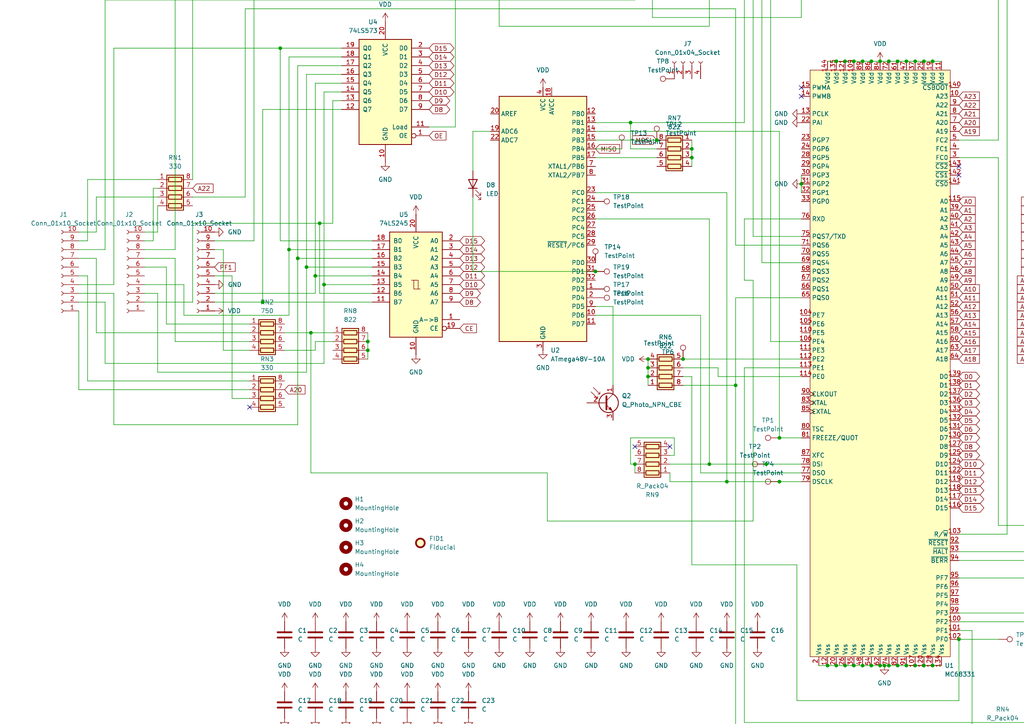
<source format=kicad_sch>
(kicad_sch (version 20231120) (generator "eeschema") (generator_version "8.0")
  (paper "A4")
  (junction (at 245.11 193.04))
  (junction (at 265.43 17.78))
  (junction (at 226.06 127))
  (junction (at 92.71 64.77))
  (junction (at 260.35 17.78))
  (junction (at 252.73 17.78))
  (junction (at 328.93 241.3))
  (junction (at 200.66 43.18))
  (junction (at 90.17 96.52))
  (junction (at 190.5 40.64))
  (junction (at 250.19 17.78))
  (junction (at 97.79 -39.37))
  (junction (at 222.25 134.62))
  (junction (at 247.65 17.78))
  (junction (at 187.96 109.22))
  (junction (at 198.12 104.14))
  (junction (at 281.94 214.63))
  (junction (at 257.81 17.78))
  (junction (at 88.9 77.47))
  (junction (at 106.68 99.06))
  (junction (at 102.87 -29.21))
  (junction (at 278.13 185.42))
  (junction (at 396.24 63.5))
  (junction (at 173.99 -10.16))
  (junction (at 270.51 193.04))
  (junction (at 242.57 193.04))
  (junction (at 295.91 243.84))
  (junction (at 93.98 82.55))
  (junction (at 184.15 134.62))
  (junction (at 232.41 53.34))
  (junction (at 240.03 193.04))
  (junction (at 252.73 193.04))
  (junction (at 245.11 17.78))
  (junction (at 182.88 35.56))
  (junction (at 270.51 17.78))
  (junction (at 83.82 72.39))
  (junction (at 255.27 193.04))
  (junction (at 262.89 193.04))
  (junction (at 213.36 111.76))
  (junction (at 410.21 31.75))
  (junction (at 265.43 193.04))
  (junction (at 226.06 139.7))
  (junction (at 260.35 193.04))
  (junction (at 344.17 243.84))
  (junction (at 76.2 87.63))
  (junction (at 256.54 193.04))
  (junction (at 205.74 134.62))
  (junction (at 328.93 243.84))
  (junction (at 173.99 -29.21))
  (junction (at 295.91 241.3))
  (junction (at 86.36 74.93))
  (junction (at 172.72 78.74))
  (junction (at 102.87 -36.83))
  (junction (at 267.97 17.78))
  (junction (at 349.25 241.3))
  (junction (at 200.66 45.72))
  (junction (at 106.68 101.6))
  (junction (at 449.58 147.32))
  (junction (at 187.96 104.14))
  (junction (at 328.93 246.38))
  (junction (at 267.97 193.04))
  (junction (at 449.58 139.7))
  (junction (at 121.92 -21.59))
  (junction (at 102.87 -41.91))
  (junction (at 187.96 106.68))
  (junction (at 247.65 193.04))
  (junction (at 81.28 13.97))
  (junction (at 242.57 17.78))
  (junction (at 262.89 17.78))
  (junction (at 346.71 246.38))
  (junction (at 100.33 -10.16))
  (junction (at 255.27 17.78))
  (junction (at 91.44 80.01))
  (junction (at 250.19 193.04))
  (junction (at 257.81 193.04))
  (junction (at 210.82 139.7))
  (junction (at 173.99 -33.02))
  (no_connect (at 72.39 118.11))
  (no_connect (at 354.33 238.76))
  (no_connect (at 364.49 238.76))
  (no_connect (at 232.41 27.94))
  (no_connect (at 285.75 236.22))
  (no_connect (at 232.41 25.4))
  (no_connect (at 278.13 50.8))
  (no_connect (at 295.91 212.09))
  (no_connect (at 295.91 236.22))
  (no_connect (at 184.15 129.54))
  (no_connect (at 295.91 219.71))
  (no_connect (at 285.75 212.09))
  (no_connect (at 285.75 219.71))
  (no_connect (at 194.31 129.54))
  (no_connect (at 278.13 48.26))
  (no_connect (at 309.88 137.16))
  (wire (pts (xy 435.61 55.88) (xy 455.93 55.88)))
  (wire (pts (xy 485.14 29.21) (xy 406.4 29.21)))
  (wire (pts (xy 92.71 64.77) (xy 55.88 64.77)))
  (wire (pts (xy 262.89 193.04) (xy 265.43 193.04)))
  (wire (pts (xy 490.22 58.42) (xy 481.33 58.42)))
  (wire (pts (xy 55.88 57.15) (xy 71.12 57.15)))
  (wire (pts (xy 325.12 125.73) (xy 299.72 125.73)))
  (wire (pts (xy 226.06 127) (xy 232.41 127)))
  (wire (pts (xy 88.9 77.47) (xy 107.95 77.47)))
  (wire (pts (xy 367.03 243.84) (xy 364.49 243.84)))
  (wire (pts (xy 91.44 85.09) (xy 62.23 85.09)))
  (wire (pts (xy 340.36 125.73) (xy 340.36 111.76)))
  (wire (pts (xy 218.44 -50.8) (xy 87.63 -50.8)))
  (wire (pts (xy 76.2 31.75) (xy 76.2 87.63)))
  (wire (pts (xy 106.68 101.6) (xy 106.68 104.14)))
  (wire (pts (xy 22.86 80.01) (xy 25.4 80.01)))
  (wire (pts (xy 396.24 63.5) (xy 396.24 19.05)))
  (wire (pts (xy 76.2 87.63) (xy 107.95 87.63)))
  (wire (pts (xy 213.36 71.12) (xy 232.41 71.12)))
  (wire (pts (xy 289.56 45.72) (xy 289.56 152.4)))
  (wire (pts (xy 106.68 96.52) (xy 106.68 99.06)))
  (wire (pts (xy 213.36 217.17) (xy 213.36 111.76)))
  (wire (pts (xy 100.33 -25.4) (xy 100.33 -10.16)))
  (wire (pts (xy 210.82 55.88) (xy 210.82 139.7)))
  (wire (pts (xy 200.66 163.83) (xy 231.14 163.83)))
  (wire (pts (xy 91.44 80.01) (xy 91.44 85.09)))
  (wire (pts (xy 398.78 21.59) (xy 398.78 60.96)))
  (wire (pts (xy 96.52 29.21) (xy 96.52 64.77)))
  (wire (pts (xy 247.65 193.04) (xy 250.19 193.04)))
  (wire (pts (xy 435.61 50.8) (xy 455.93 50.8)))
  (wire (pts (xy 172.72 63.5) (xy 205.74 63.5)))
  (wire (pts (xy 50.8 -24.13) (xy 50.8 72.39)))
  (wire (pts (xy 223.52 99.06) (xy 223.52 -35.56)))
  (wire (pts (xy 278.13 162.56) (xy 302.26 162.56)))
  (wire (pts (xy 96.52 64.77) (xy 92.71 64.77)))
  (wire (pts (xy 27.94 57.15) (xy 27.94 67.31)))
  (wire (pts (xy 271.78 -57.15) (xy 281.94 -57.15)))
  (wire (pts (xy 81.28 13.97) (xy 99.06 13.97)))
  (wire (pts (xy 361.95 -77.47) (xy 307.34 -77.47)))
  (wire (pts (xy 250.19 17.78) (xy 252.73 17.78)))
  (wire (pts (xy 381 157.48) (xy 345.44 157.48)))
  (wire (pts (xy 257.81 193.04) (xy 260.35 193.04)))
  (wire (pts (xy 81.28 69.85) (xy 107.95 69.85)))
  (wire (pts (xy 285.75 243.84) (xy 271.78 243.84)))
  (wire (pts (xy 86.36 74.93) (xy 107.95 74.93)))
  (wire (pts (xy 106.68 -20.32) (xy 102.87 -20.32)))
  (wire (pts (xy 349.25 180.34) (xy 349.25 241.3)))
  (wire (pts (xy 276.86 238.76) (xy 276.86 226.06)))
  (wire (pts (xy 406.4 29.21) (xy 406.4 53.34)))
  (wire (pts (xy 22.86 67.31) (xy 27.94 67.31)))
  (wire (pts (xy 215.9 63.5) (xy 232.41 63.5)))
  (wire (pts (xy 187.96 111.76) (xy 187.96 109.22)))
  (wire (pts (xy 172.72 35.56) (xy 182.88 35.56)))
  (wire (pts (xy 194.31 139.7) (xy 210.82 139.7)))
  (wire (pts (xy 401.32 24.13) (xy 490.22 24.13)))
  (wire (pts (xy 107.95 85.09) (xy 92.71 85.09)))
  (wire (pts (xy 347.98 -7.62) (xy 340.36 -7.62)))
  (wire (pts (xy 260.35 17.78) (xy 262.89 17.78)))
  (wire (pts (xy 200.66 45.72) (xy 200.66 48.26)))
  (wire (pts (xy 271.78 243.84) (xy 271.78 214.63)))
  (wire (pts (xy 86.36 123.19) (xy 86.36 74.93)))
  (wire (pts (xy 265.43 193.04) (xy 267.97 193.04)))
  (wire (pts (xy 208.28 109.22) (xy 208.28 106.68)))
  (wire (pts (xy 328.93 241.3) (xy 328.93 243.84)))
  (wire (pts (xy 102.87 -20.32) (xy 102.87 -29.21)))
  (wire (pts (xy 189.23 -5.08) (xy 184.15 -5.08)))
  (wire (pts (xy 242.57 17.78) (xy 245.11 17.78)))
  (wire (pts (xy 289.56 152.4) (xy 325.12 152.4)))
  (wire (pts (xy 222.25 134.62) (xy 205.74 134.62)))
  (wire (pts (xy 403.86 55.88) (xy 410.21 55.88)))
  (wire (pts (xy 50.8 99.06) (xy 72.39 99.06)))
  (wire (pts (xy 347.98 -10.16) (xy 342.9 -10.16)))
  (wire (pts (xy 45.72 52.07) (xy 25.4 52.07)))
  (wire (pts (xy 320.04 -10.16) (xy 320.04 -74.93)))
  (wire (pts (xy 184.15 0) (xy 30.48 0)))
  (wire (pts (xy 359.41 -10.16) (xy 367.03 -10.16)))
  (wire (pts (xy 339.09 246.38) (xy 346.71 246.38)))
  (wire (pts (xy 267.97 17.78) (xy 270.51 17.78)))
  (wire (pts (xy 88.9 21.59) (xy 88.9 77.47)))
  (wire (pts (xy 289.56 40.64) (xy 289.56 -29.21)))
  (wire (pts (xy 41.91 77.47) (xy 48.26 77.47)))
  (wire (pts (xy 50.8 74.93) (xy 50.8 99.06)))
  (wire (pts (xy 137.16 38.1) (xy 142.24 38.1)))
  (wire (pts (xy 195.58 127) (xy 182.88 127)))
  (wire (pts (xy 252.73 193.04) (xy 255.27 193.04)))
  (wire (pts (xy 41.91 74.93) (xy 50.8 74.93)))
  (wire (pts (xy 97.79 -22.86) (xy 97.79 -39.37)))
  (wire (pts (xy 393.7 66.04) (xy 410.21 66.04)))
  (wire (pts (xy 307.34 -62.23) (xy 359.41 -62.23)))
  (wire (pts (xy 172.72 45.72) (xy 190.5 45.72)))
  (wire (pts (xy 194.31 132.08) (xy 195.58 132.08)))
  (wire (pts (xy 106.68 -25.4) (xy 100.33 -25.4)))
  (wire (pts (xy 48.26 93.98) (xy 72.39 93.98)))
  (wire (pts (xy 381 246.38) (xy 381 157.48)))
  (wire (pts (xy 435.61 53.34) (xy 455.93 53.34)))
  (wire (pts (xy 367.03 -7.62) (xy 361.95 -7.62)))
  (wire (pts (xy 172.72 43.18) (xy 180.34 43.18)))
  (wire (pts (xy 344.17 243.84) (xy 339.09 243.84)))
  (wire (pts (xy 83.82 72.39) (xy 83.82 91.44)))
  (wire (pts (xy 327.66 -10.16) (xy 320.04 -10.16)))
  (wire (pts (xy 45.72 107.95) (xy 88.9 107.95)))
  (wire (pts (xy 25.4 80.01) (xy 25.4 110.49)))
  (wire (pts (xy 328.93 238.76) (xy 328.93 241.3)))
  (wire (pts (xy 55.88 -7.62) (xy 115.57 -7.62)))
  (wire (pts (xy 25.4 52.07) (xy 25.4 69.85)))
  (wire (pts (xy 304.8 160.02) (xy 278.13 160.02)))
  (wire (pts (xy 231.14 203.2) (xy 278.13 203.2)))
  (wire (pts (xy 342.9 -72.39) (xy 342.9 -10.16)))
  (wire (pts (xy 271.78 -35.56) (xy 271.78 -57.15)))
  (wire (pts (xy 340.36 -7.62) (xy 340.36 -80.01)))
  (wire (pts (xy 194.31 137.16) (xy 194.31 139.7)))
  (wire (pts (xy 215.9 106.68) (xy 215.9 209.55)))
  (wire (pts (xy 93.98 82.55) (xy 93.98 105.41)))
  (wire (pts (xy 492.76 21.59) (xy 398.78 21.59)))
  (wire (pts (xy 260.35 193.04) (xy 262.89 193.04)))
  (wire (pts (xy 495.3 63.5) (xy 481.33 63.5)))
  (wire (pts (xy 363.22 63.5) (xy 396.24 63.5)))
  (wire (pts (xy 96.52 99.06) (xy 91.44 99.06)))
  (wire (pts (xy 340.36 111.76) (xy 331.47 111.76)))
  (wire (pts (xy 182.88 35.56) (xy 182.88 43.18)))
  (wire (pts (xy 255.27 193.04) (xy 256.54 193.04)))
  (wire (pts (xy 210.82 139.7) (xy 226.06 139.7)))
  (wire (pts (xy 205.74 -7.62) (xy 205.74 7.62)))
  (wire (pts (xy 41.91 72.39) (xy 50.8 72.39)))
  (wire (pts (xy 215.9 81.28) (xy 215.9 63.5)))
  (wire (pts (xy 25.4 69.85) (xy 22.86 69.85)))
  (wire (pts (xy 72.39 115.57) (xy 67.31 115.57)))
  (wire (pts (xy 309.88 147.32) (xy 300.99 147.32)))
  (wire (pts (xy 232.41 50.8) (xy 232.41 53.34)))
  (wire (pts (xy 295.91 241.3) (xy 295.91 243.84)))
  (wire (pts (xy 124.46 36.83) (xy 132.08 36.83)))
  (wire (pts (xy 144.78 -2.54) (xy 144.78 7.62)))
  (wire (pts (xy 410.21 68.58) (xy 391.16 68.58)))
  (wire (pts (xy 41.91 67.31) (xy 45.72 67.31)))
  (wire (pts (xy 370.84 241.3) (xy 364.49 241.3)))
  (wire (pts (xy 44.45 54.61) (xy 45.72 54.61)))
  (wire (pts (xy 247.65 17.78) (xy 250.19 17.78)))
  (wire (pts (xy 99.06 21.59) (xy 88.9 21.59)))
  (wire (pts (xy 187.96 109.22) (xy 187.96 106.68)))
  (wire (pts (xy 182.88 134.62) (xy 184.15 134.62)))
  (wire (pts (xy 285.75 238.76) (xy 276.86 238.76)))
  (wire (pts (xy 30.48 87.63) (xy 30.48 105.41)))
  (wire (pts (xy 30.48 72.39) (xy 22.86 72.39)))
  (wire (pts (xy 91.44 24.13) (xy 91.44 80.01)))
  (wire (pts (xy 245.11 17.78) (xy 247.65 17.78)))
  (wire (pts (xy 172.72 91.44) (xy 203.2 91.44)))
  (wire (pts (xy 339.09 241.3) (xy 349.25 241.3)))
  (wire (pts (xy 106.68 -36.83) (xy 102.87 -36.83)))
  (wire (pts (xy 22.86 113.03) (xy 22.86 90.17)))
  (wire (pts (xy 232.41 99.06) (xy 223.52 99.06)))
  (wire (pts (xy 203.2 91.44) (xy 203.2 137.16)))
  (wire (pts (xy 295.91 238.76) (xy 295.91 241.3)))
  (wire (pts (xy 173.99 -29.21) (xy 173.99 -24.13)))
  (wire (pts (xy 99.06 31.75) (xy 76.2 31.75)))
  (wire (pts (xy 44.45 54.61) (xy 44.45 69.85)))
  (wire (pts (xy 345.44 -67.31) (xy 307.34 -67.31)))
  (wire (pts (xy 97.79 -39.37) (xy 106.68 -39.37)))
  (wire (pts (xy 345.44 -2.54) (xy 345.44 157.48)))
  (wire (pts (xy 289.56 -29.21) (xy 173.99 -29.21)))
  (wire (pts (xy 299.72 125.73) (xy 299.72 111.76)))
  (wire (pts (xy 481.33 66.04) (xy 497.84 66.04)))
  (wire (pts (xy 232.41 68.58) (xy 218.44 68.58)))
  (wire (pts (xy 90.17 96.52) (xy 90.17 137.16)))
  (wire (pts (xy 408.94 135.89) (xy 424.18 135.89)))
  (wire (pts (xy 396.24 19.05) (xy 495.3 19.05)))
  (wire (pts (xy 232.41 -12.7) (xy 292.1 -12.7)))
  (wire (pts (xy 200.66 43.18) (xy 200.66 45.72)))
  (wire (pts (xy 73.66 69.85) (xy 73.66 -2.54)))
  (wire (pts (xy 218.44 68.58) (xy 218.44 -50.8)))
  (wire (pts (xy 406.4 53.34) (xy 410.21 53.34)))
  (wire (pts (xy 55.88 52.07) (xy 55.88 -7.62)))
  (wire (pts (xy 252.73 17.78) (xy 255.27 17.78)))
  (wire (pts (xy 41.91 85.09) (xy 45.72 85.09)))
  (wire (pts (xy 62.23 87.63) (xy 76.2 87.63)))
  (wire (pts (xy 435.61 66.04) (xy 455.93 66.04)))
  (wire (pts (xy 45.72 85.09) (xy 45.72 107.95)))
  (wire (pts (xy 240.03 193.04) (xy 242.57 193.04)))
  (wire (pts (xy 490.22 24.13) (xy 490.22 58.42)))
  (wire (pts (xy 182.88 127) (xy 182.88 134.62)))
  (wire (pts (xy 200.66 40.64) (xy 200.66 43.18)))
  (wire (pts (xy 359.41 -62.23) (xy 359.41 -10.16)))
  (wire (pts (xy 173.99 -29.21) (xy 102.87 -29.21)))
  (wire (pts (xy 102.87 -29.21) (xy 102.87 -36.83)))
  (wire (pts (xy 223.52 -35.56) (xy 271.78 -35.56)))
  (wire (pts (xy 200.66 109.22) (xy 200.66 163.83)))
  (wire (pts (xy 30.48 105.41) (xy 93.98 105.41)))
  (wire (pts (xy 271.78 214.63) (xy 281.94 214.63)))
  (wire (pts (xy 302.26 162.56) (xy 302.26 223.52)))
  (wire (pts (xy 218.44 151.13) (xy 218.44 81.28)))
  (wire (pts (xy 27.94 74.93) (xy 27.94 96.52)))
  (wire (pts (xy 91.44 80.01) (xy 107.95 80.01)))
  (wire (pts (xy 278.13 167.64) (xy 341.63 167.64)))
  (wire (pts (xy 90.17 137.16) (xy 158.75 137.16)))
  (wire (pts (xy 391.16 13.97) (xy 500.38 13.97)))
  (wire (pts (xy 172.72 38.1) (xy 226.06 38.1)))
  (wire (pts (xy 53.34 82.55) (xy 53.34 91.44)))
  (wire (pts (xy 346.71 246.38) (xy 354.33 246.38)))
  (wire (pts (xy 91.44 24.13) (xy 99.06 24.13)))
  (wire (pts (xy 203.2 137.16) (xy 232.41 137.16)))
  (wire (pts (xy 226.06 38.1) (xy 226.06 127)))
  (wire (pts (xy 198.12 111.76) (xy 213.36 111.76)))
  (wire (pts (xy 360.68 31.75) (xy 410.21 31.75)))
  (wire (pts (xy 62.23 69.85) (xy 73.66 69.85)))
  (wire (pts (xy 281.94 182.88) (xy 278.13 182.88)))
  (wire (pts (xy 195.58 132.08) (xy 195.58 127)))
  (wire (pts (xy 67.31 80.01) (xy 62.23 80.01)))
  (wire (pts (xy 435.61 58.42) (xy 455.93 58.42)))
  (wire (pts (xy 177.8 111.76) (xy 177.8 88.9)))
  (wire (pts (xy 173.99 -19.05) (xy 173.99 -10.16)))
  (wire (pts (xy 278.13 180.34) (xy 349.25 180.34)))
  (wire (pts (xy 158.75 151.13) (xy 218.44 151.13)))
  (wire (pts (xy 364.49 -12.7) (xy 364.49 -69.85)))
  (wire (pts (xy 410.21 58.42) (xy 401.32 58.42)))
  (wire (pts (xy 435.61 63.5) (xy 455.93 63.5)))
  (wire (pts (xy 99.06 19.05) (xy 86.36 19.05)))
  (wire (pts (xy 213.36 86.36) (xy 232.41 86.36)))
  (wire (pts (xy 106.68 99.06) (xy 106.68 101.6)))
  (wire (pts (xy 198.12 109.22) (xy 200.66 109.22)))
  (wire (pts (xy 340.36 -80.01) (xy 307.34 -80.01)))
  (wire (pts (xy 487.68 26.67) (xy 403.86 26.67)))
  (wire (pts (xy 226.06 139.7) (xy 232.41 139.7)))
  (wire (pts (xy 71.12 2.54) (xy 213.36 2.54)))
  (wire (pts (xy 274.32 241.3) (xy 285.75 241.3)))
  (wire (pts (xy 184.15 -5.08) (xy 184.15 0)))
  (wire (pts (xy 481.33 53.34) (xy 485.14 53.34)))
  (wire (pts (xy 367.03 0) (xy 360.68 0)))
  (wire (pts (xy 222.25 134.62) (xy 232.41 134.62)))
  (wire (pts (xy 62.23 72.39) (xy 64.77 72.39)))
  (wire (pts (xy 33.02 13.97) (xy 81.28 13.97)))
  (wire (pts (xy 41.91 82.55) (xy 53.34 82.55)))
  (wire (pts (xy 215.9 35.56) (xy 215.9 -54.61)))
  (wire (pts (xy 137.16 49.53) (xy 137.16 38.1)))
  (wire (pts (xy 497.84 16.51) (xy 393.7 16.51)))
  (wire (pts (xy 299.72 111.76) (xy 300.99 111.76)))
  (wire (pts (xy 232.41 109.22) (xy 208.28 109.22)))
  (wire (pts (xy 184.15 137.16) (xy 184.15 134.62)))
  (wire (pts (xy 91.44 99.06) (xy 91.44 101.6)))
  (wire (pts (xy 173.99 -10.16) (xy 173.99 -5.08)))
  (wire (pts (xy 102.87 -41.91) (xy 106.68 -41.91)))
  (wire (pts (xy 278.13 40.64) (xy 289.56 40.64)))
  (wire (pts (xy 325.12 152.4) (xy 325.12 147.32)))
  (wire (pts (xy 487.68 55.88) (xy 487.68 26.67)))
  (wire (pts (xy 307.34 -64.77) (xy 322.58 -64.77)))
  (wire (pts (xy 349.25 241.3) (xy 354.33 241.3)))
  (wire (pts (xy 22.86 74.93) (xy 27.94 74.93)))
  (wire (pts (xy 360.68 0) (xy 360.68 31.75)))
  (wire (pts (xy 132.08 36.83) (xy 132.08 -21.59)))
  (wire (pts (xy 86.36 19.05) (xy 86.36 74.93)))
  (wire (pts (xy 410.21 50.8) (xy 410.21 31.75)))
  (wire (pts (xy 485.14 29.21) (xy 485.14 53.34)))
  (wire (pts (xy 22.86 87.63) (xy 30.48 87.63)))
  (wire (pts (xy 281.94 214.63) (xy 285.75 214.63)))
  (wire (pts (xy 242.57 193.04) (xy 245.11 193.04)))
  (wire (pts (xy 137.16 78.74) (xy 137.16 57.15)))
  (wire (pts (xy 232.41 76.2) (xy 220.98 76.2)))
  (wire (pts (xy 322.58 -12.7) (xy 327.66 -12.7)))
  (wire (pts (xy 393.7 16.51) (xy 393.7 66.04)))
  (wire (pts (xy 231.14 163.83) (xy 231.14 203.2)))
  (wire (pts (xy 237.49 193.04) (xy 240.03 193.04)))
  (wire (pts (xy 100.33 -10.16) (xy 100.33 -5.08)))
  (wire (pts (xy 220.98 76.2) (xy 220.98 -10.16)))
  (wire (pts (xy 278.13 185.42) (xy 289.56 185.42)))
  (wire (pts (xy 410.21 63.5) (xy 396.24 63.5)))
  (wire (pts (xy 53.34 91.44) (xy 83.82 91.44)))
  (wire (pts (xy 106.68 -22.86) (xy 97.79 -22.86)))
  (wire (pts (xy 41.91 69.85) (xy 44.45 69.85)))
  (wire (pts (xy 497.84 66.04) (xy 497.84 16.51)))
  (wire (pts (xy 91.44 101.6) (xy 82.55 101.6)))
  (wire (pts (xy 182.88 35.56) (xy 215.9 35.56)))
  (wire (pts (xy 435.61 60.96) (xy 455.93 60.96)))
  (wire (pts (xy 345.44 -12.7) (xy 345.44 -67.31)))
  (wire (pts (xy 96.52 29.21) (xy 99.06 29.21)))
  (wire (pts (xy 81.28 69.85) (xy 81.28 13.97)))
  (wire (pts (xy 67.31 115.57) (xy 67.31 80.01)))
  (wire (pts (xy 144.78 7.62) (xy 205.74 7.62)))
  (wire (pts (xy 173.99 -33.02) (xy 173.99 -29.21)))
  (wire (pts (xy 194.31 134.62) (xy 205.74 134.62)))
  (wire (pts (xy 344.17 243.84) (xy 354.33 243.84)))
  (wire (pts (xy 30.48 0) (xy 30.48 72.39)))
  (wire (pts (xy 240.03 17.78) (xy 242.57 17.78)))
  (wire (pts (xy 364.49 246.38) (xy 381 246.38)))
  (wire (pts (xy 213.36 111.76) (xy 213.36 86.36)))
  (wire (pts (xy 278.13 203.2) (xy 278.13 185.42)))
  (wire (pts (xy 199.39 -7.62) (xy 205.74 -7.62)))
  (wire (pts (xy 292.1 -12.7) (xy 292.1 154.94)))
  (wire (pts (xy 77.47 -24.13) (xy 50.8 -24.13)))
  (wire (pts (xy 345.44 -2.54) (xy 347.98 -2.54)))
  (wire (pts (xy 410.21 31.75) (xy 481.33 31.75)))
  (wire (pts (xy 322.58 -64.77) (xy 322.58 -12.7)))
  (wire (pts (xy 341.63 238.76) (xy 339.09 238.76)))
  (wire (pts (xy 302.26 223.52) (xy 274.32 223.52)))
  (wire (pts (xy 71.12 57.15) (xy 71.12 2.54)))
  (wire (pts (xy 87.63 -50.8) (xy 87.63 -24.13)))
  (wire (pts (xy 83.82 16.51) (xy 83.82 72.39)))
  (wire (pts (xy 215.9 -54.61) (xy 236.22 -54.61)))
  (wire (pts (xy 320.04 -74.93) (xy 307.34 -74.93)))
  (wire (pts (xy 347.98 7.62) (xy 347.98 154.94)))
  (wire (pts (xy 93.98 26.67) (xy 93.98 82.55)))
  (wire (pts (xy 265.43 17.78) (xy 267.97 17.78)))
  (wire (pts (xy 93.98 82.55) (xy 107.95 82.55)))
  (wire (pts (xy 172.72 78.74) (xy 137.16 78.74)))
  (wire (pts (xy 22.86 85.09) (xy 33.02 85.09)))
  (wire (pts (xy 82.55 96.52) (xy 90.17 96.52)))
  (wire (pts (xy 88.9 77.47) (xy 88.9 107.95)))
  (wire (pts (xy 232.41 53.34) (xy 232.41 55.88)))
  (wire (pts (xy 278.13 45.72) (xy 289.56 45.72)))
  (wire (pts (xy 255.27 17.78) (xy 257.81 17.78)))
  (wire (pts (xy 367.03 7.62) (xy 367.03 243.84)))
  (wire (pts (xy 274.32 223.52) (xy 274.32 241.3)))
  (wire (pts (xy 391.16 68.58) (xy 391.16 13.97)))
  (wire (pts (xy 492.76 60.96) (xy 492.76 21.59)))
  (wire (pts (xy 398.78 60.96) (xy 410.21 60.96)))
  (wire (pts (xy 93.98 26.67) (xy 99.06 26.67)))
  (wire (pts (xy 281.94 214.63) (xy 281.94 182.88)))
  (wire (pts (xy 256.54 193.04) (xy 257.81 193.04)))
  (wire (pts (xy 33.02 85.09) (xy 33.02 123.19)))
  (wire (pts (xy 232.41 5.08) (xy 189.23 5.08)))
  (wire (pts (xy 90.17 96.52) (xy 96.52 96.52)))
  (wire (pts (xy 285.75 217.17) (xy 213.36 217.17)))
  (wire (pts (xy 83.82 16.51) (xy 99.06 16.51)))
  (wire (pts (xy 198.12 104.14) (xy 232.41 104.14)))
  (wire (pts (xy 73.66 -2.54) (xy 144.78 -2.54)))
  (wire (pts (xy 132.08 -21.59) (xy 121.92 -21.59)))
  (wire (pts (xy 262.89 17.78) (xy 265.43 17.78)))
  (wire (pts (xy 304.8 226.06) (xy 304.8 160.02)))
  (wire (pts (xy 208.28 106.68) (xy 198.12 106.68)))
  (wire (pts (xy 346.71 209.55) (xy 346.71 246.38)))
  (wire (pts (xy 500.38 13.97) (xy 500.38 68.58)))
  (wire (pts (xy 92.71 85.09) (xy 92.71 64.77)))
  (wire (pts (xy 367.03 -12.7) (xy 364.49 -12.7)))
  (wire (pts (xy 232.41 106.68) (xy 215.9 106.68)))
  (wire (pts (xy 205.74 63.5) (xy 205.74 134.62)))
  (wire (pts (xy 401.32 58.42) (xy 401.32 24.13)))
  (wire (pts (xy 363.22 5.08) (xy 363.22 63.5)))
  (wire (pts (xy 344.17 177.8) (xy 344.17 243.84)))
  (wire (pts (xy 270.51 17.78) (xy 273.05 17.78)))
  (wire (pts (xy 64.77 101.6) (xy 72.39 101.6)))
  (wire (pts (xy 435.61 139.7) (xy 449.58 139.7)))
  (wire (pts (xy 45.72 59.69) (xy 45.72 67.31)))
  (wire (pts (xy 190.5 43.18) (xy 182.88 43.18)))
  (wire (pts (xy 435.61 68.58) (xy 455.93 68.58)))
  (wire (pts (xy 257.81 17.78) (xy 260.35 17.78)))
  (wire (pts (xy 435.61 147.32) (xy 449.58 147.32)))
  (wire (pts (xy 270.51 193.04) (xy 273.05 193.04)))
  (wire (pts (xy 213.36 2.54) (xy 213.36 71.12)))
  (wire (pts (xy 187.96 106.68) (xy 187.96 104.14)))
  (wire (pts (xy 83.82 72.39) (xy 107.95 72.39)))
  (wire (pts (xy 250.19 193.04) (xy 252.73 193.04)))
  (wire (pts (xy 367.03 5.08) (xy 363.22 5.08)))
  (wire (pts (xy 173.99 -38.1) (xy 173.99 -33.02)))
  (wire (pts (xy 347.98 154.94) (xy 370.84 154.94)))
  (wire (pts (xy 22.86 82.55) (xy 33.02 82.55)))
  (wire (pts (xy 27.94 96.52) (xy 72.39 96.52)))
  (wire (pts (xy 307.34 -72.39) (xy 342.9 -72.39)))
  (wire (pts (xy 64.77 72.39) (xy 64.77 101.6)))
  (wire (pts (xy 177.8 88.9) (xy 172.72 88.9)))
  (wire (pts (xy 495.3 19.05) (xy 495.3 63.5)))
  (wire (pts (xy 481.33 31.75) (xy 481.33 50.8)))
  (wire (pts (xy 278.13 177.8) (xy 344.17 177.8)))
  (wire (pts (xy 25.4 110.49) (xy 72.39 110.49)))
  (wire (pts (xy 361.95 -7.62) (xy 361.95 -77.47)))
  (wire (pts (xy 199.39 -2.54) (xy 327.66 -2.54)))
  (wire (pts (xy 48.26 77.47) (xy 48.26 93.98)))
  (wire (pts (xy 267.97 193.04) (xy 270.51 193.04)))
  (wire (pts (xy 300.99 147.32) (xy 300.99 114.3)))
  (wire (pts (xy 278.13 154.94) (xy 292.1 154.94)))
  (wire (pts (xy 500.38 68.58) (xy 481.33 68.58)))
  (wire (pts (xy 346.71 209.55) (xy 215.9 209.55)))
  (wire (pts (xy 481.33 55.88) (xy 487.68 55.88)))
  (wire (pts (xy 341.63 238.76) (xy 341.63 167.64)))
  (wire (pts (xy 172.72 40.64) (xy 190.5 40.64)))
  (wire (pts (xy 403.86 26.67) (xy 403.86 55.88)))
  (wire (pts (xy 364.49 -69.85) (xy 307.34 -69.85)))
  (wire (pts (xy 158.75 137.16) (xy 158.75 151.13)))
  (wire (pts (xy 33.02 123.19) (xy 86.36 123.19)))
  (wire (pts (xy 232.41 -12.7) (xy 232.41 5.08)))
  (wire (pts (xy 189.23 5.08) (xy 189.23 -2.54)))
  (wire (pts (xy 72.39 113.03) (xy 22.86 113.03)))
  (wire (pts (xy 102.87 -36.83) (xy 102.87 -41.91)))
  (wire (pts (xy 33.02 13.97) (xy 33.02 82.55)))
  (wire (pts (xy 276.86 226.06) (xy 304.8 226.06)))
  (wire (pts (xy 370.84 154.94) (xy 370.84 241.3)))
  (wire (pts (xy 245.11 193.04) (xy 247.65 193.04)))
  (wire (pts (xy 220.98 -10.16) (xy 199.39 -10.16)))
  (wire (pts (xy 328.93 243.84) (xy 328.93 246.38)))
  (wire (pts (xy 347.98 -12.7) (xy 345.44 -12.7)))
  (wire (pts (xy 481.33 60.96) (xy 492.76 60.96)))
  (wire (pts (xy 172.72 55.88) (xy 210.82 55.88)))
  (wire (pts (xy 27.94 57.15) (xy 45.72 57.15)))
  (wire (pts (xy 55.88 64.77) (xy 55.88 87.63)))
  (wire (pts (xy 55.88 87.63) (xy 41.91 87.63)))
  (wire (pts (xy 218.44 81.28) (xy 215.9 81.28)))
  (global_label "MOSI" (shape input) (at 236.22 -62.23 180) (property "Intersheetrefs" "${INTERSHEET_REFS}" (effects (hide yes))))
  (global_label "A11" (shape input) (at 278.13 86.36 0) (property "Intersheetrefs" "${INTERSHEET_REFS}" (effects (hide yes))))
  (global_label "OE" (shape input) (at 435.61 43.18 0) (property "Intersheetrefs" "${INTERSHEET_REFS}" (effects (hide yes))))
  (global_label "A8" (shape input) (at 300.99 76.2 180) (property "Intersheetrefs" "${INTERSHEET_REFS}" (effects (hide yes))))
  (global_label "D11" (shape bidirectional) (at 124.46 24.13 0) (property "Intersheetrefs" "${INTERSHEET_REFS}" (effects (hide yes))))
  (global_label "A21" (shape input) (at 278.13 33.02 0) (property "Intersheetrefs" "${INTERSHEET_REFS}" (effects (hide yes))))
  (global_label "D14" (shape bidirectional) (at 331.47 93.98 0) (property "Intersheetrefs" "${INTERSHEET_REFS}" (effects (hide yes))))
  (global_label "A3" (shape input) (at 300.99 66.04 180) (property "Intersheetrefs" "${INTERSHEET_REFS}" (effects (hide yes))))
  (global_label "A2" (shape input) (at 281.94 -74.93 180) (property "Intersheetrefs" "${INTERSHEET_REFS}" (effects (hide yes))))
  (global_label "A8" (shape input) (at 281.94 -69.85 180) (property "Intersheetrefs" "${INTERSHEET_REFS}" (effects (hide yes))))
  (global_label "SCK" (shape input) (at 236.22 -59.69 180) (property "Intersheetrefs" "${INTERSHEET_REFS}" (effects (hide yes))))
  (global_label "A16" (shape input) (at 300.99 96.52 180) (property "Intersheetrefs" "${INTERSHEET_REFS}" (effects (hide yes))))
  (global_label "D2" (shape bidirectional) (at 441.96 63.5 180) (property "Intersheetrefs" "${INTERSHEET_REFS}" (effects (hide yes))))
  (global_label "A0" (shape input) (at 300.99 58.42 180) (property "Intersheetrefs" "${INTERSHEET_REFS}" (effects (hide yes))))
  (global_label "D4" (shape bidirectional) (at 331.47 68.58 0) (property "Intersheetrefs" "${INTERSHEET_REFS}" (effects (hide yes))))
  (global_label "D6" (shape bidirectional) (at 331.47 73.66 0) (property "Intersheetrefs" "${INTERSHEET_REFS}" (effects (hide yes))))
  (global_label "A21" (shape input) (at 173.99 -10.16 180) (property "Intersheetrefs" "${INTERSHEET_REFS}" (effects (hide yes))))
  (global_label "A4" (shape input) (at 278.13 68.58 0) (property "Intersheetrefs" "${INTERSHEET_REFS}" (effects (hide yes))))
  (global_label "D14" (shape bidirectional) (at 278.13 144.78 0) (property "Intersheetrefs" "${INTERSHEET_REFS}" (effects (hide yes))))
  (global_label "A12" (shape input) (at 300.99 86.36 180) (property "Intersheetrefs" "${INTERSHEET_REFS}" (effects (hide yes))))
  (global_label "A22" (shape input) (at 278.13 30.48 0) (property "Intersheetrefs" "${INTERSHEET_REFS}" (effects (hide yes))))
  (global_label "A16" (shape input) (at 278.13 99.06 0) (property "Intersheetrefs" "${INTERSHEET_REFS}" (effects (hide yes))))
  (global_label "A22" (shape input) (at 55.88 54.61 0) (property "Intersheetrefs" "${INTERSHEET_REFS}" (effects (hide yes))))
  (global_label "D0" (shape bidirectional) (at 441.96 68.58 180) (property "Intersheetrefs" "${INTERSHEET_REFS}" (effects (hide yes))))
  (global_label "D9" (shape bidirectional) (at 278.13 132.08 0) (property "Intersheetrefs" "${INTERSHEET_REFS}" (effects (hide yes))))
  (global_label "D4" (shape bidirectional) (at 278.13 119.38 0) (property "Intersheetrefs" "${INTERSHEET_REFS}" (effects (hide yes))))
  (global_label "D6" (shape bidirectional) (at 441.96 53.34 180) (property "Intersheetrefs" "${INTERSHEET_REFS}" (effects (hide yes))))
  (global_label "A15" (shape input) (at 300.99 93.98 180) (property "Intersheetrefs" "${INTERSHEET_REFS}" (effects (hide yes))))
  (global_label "A20" (shape input) (at 278.13 35.56 0) (property "Intersheetrefs" "${INTERSHEET_REFS}" (effects (hide yes))))
  (global_label "A7" (shape input) (at 278.13 76.2 0) (property "Intersheetrefs" "${INTERSHEET_REFS}" (effects (hide yes))))
  (global_label "D7" (shape bidirectional) (at 441.96 50.8 180) (property "Intersheetrefs" "${INTERSHEET_REFS}" (effects (hide yes))))
  (global_label "D7" (shape bidirectional) (at 331.47 76.2 0) (property "Intersheetrefs" "${INTERSHEET_REFS}" (effects (hide yes))))
  (global_label "A3" (shape input) (at 278.13 66.04 0) (property "Intersheetrefs" "${INTERSHEET_REFS}" (effects (hide yes))))
  (global_label "D5" (shape bidirectional) (at 331.47 71.12 0) (property "Intersheetrefs" "${INTERSHEET_REFS}" (effects (hide yes))))
  (global_label "D9" (shape bidirectional) (at 133.35 85.09 0) (property "Intersheetrefs" "${INTERSHEET_REFS}" (effects (hide yes))))
  (global_label "D10" (shape bidirectional) (at 278.13 134.62 0) (property "Intersheetrefs" "${INTERSHEET_REFS}" (effects (hide yes))))
  (global_label "D13" (shape bidirectional) (at 133.35 74.93 0) (property "Intersheetrefs" "${INTERSHEET_REFS}" (effects (hide yes))))
  (global_label "A14" (shape input) (at 300.99 91.44 180) (property "Intersheetrefs" "${INTERSHEET_REFS}" (effects (hide yes))))
  (global_label "D13" (shape bidirectional) (at 278.13 142.24 0) (property "Intersheetrefs" "${INTERSHEET_REFS}" (effects (hide yes))))
  (global_label "A17" (shape input) (at 300.99 99.06 180) (property "Intersheetrefs" "${INTERSHEET_REFS}" (effects (hide yes))))
  (global_label "A5" (shape input) (at 300.99 68.58 180) (property "Intersheetrefs" "${INTERSHEET_REFS}" (effects (hide yes))))
  (global_label "A1" (shape input) (at 281.94 -77.47 180) (property "Intersheetrefs" "${INTERSHEET_REFS}" (effects (hide yes))))
  (global_label "A8" (shape input) (at 278.13 78.74 0) (property "Intersheetrefs" "${INTERSHEET_REFS}" (effects (hide yes))))
  (global_label "D15" (shape bidirectional) (at 124.46 13.97 0) (property "Intersheetrefs" "${INTERSHEET_REFS}" (effects (hide yes))))
  (global_label "OE" (shape input) (at 121.92 -38.1 0) (property "Intersheetrefs" "${INTERSHEET_REFS}" (effects (hide yes))))
  (global_label "D14" (shape bidirectional) (at 124.46 16.51 0) (property "Intersheetrefs" "${INTERSHEET_REFS}" (effects (hide yes))))
  (global_label "D6" (shape bidirectional) (at 278.13 124.46 0) (property "Intersheetrefs" "${INTERSHEET_REFS}" (effects (hide yes))))
  (global_label "A6" (shape input) (at 300.99 71.12 180) (property "Intersheetrefs" "${INTERSHEET_REFS}" (effects (hide yes))))
  (global_label "MOSI" (shape input) (at 236.22 -57.15 180) (property "Intersheetrefs" "${INTERSHEET_REFS}" (effects (hide yes))))
  (global_label "A5" (shape input) (at 278.13 71.12 0) (property "Intersheetrefs" "${INTERSHEET_REFS}" (effects (hide yes))))
  (global_label "D10" (shape bidirectional) (at 124.46 26.67 0) (property "Intersheetrefs" "${INTERSHEET_REFS}" (effects (hide yes))))
  (global_label "A1" (shape input) (at 278.13 60.96 0) (property "Intersheetrefs" "${INTERSHEET_REFS}" (effects (hide yes))))
  (global_label "CE" (shape input) (at 455.93 76.2 180) (property "Intersheetrefs" "${INTERSHEET_REFS}" (effects (hide yes))))
  (global_label "D9" (shape bidirectional) (at 124.46 29.21 0) (property "Intersheetrefs" "${INTERSHEET_REFS}" (effects (hide yes))))
  (global_label "A19" (shape input) (at 278.13 38.1 0) (property "Intersheetrefs" "${INTERSHEET_REFS}" (effects (hide yes))))
  (global_label "D13" (shape bidirectional) (at 124.46 19.05 0) (property "Intersheetrefs" "${INTERSHEET_REFS}" (effects (hide yes))))
  (global_label "D0" (shape bidirectional) (at 278.13 109.22 0) (property "Intersheetrefs" "${INTERSHEET_REFS}" (effects (hide yes))))
  (global_label "D4" (shape bidirectional) (at 441.96 58.42 180) (property "Intersheetrefs" "${INTERSHEET_REFS}" (effects (hide yes))))
  (global_label "D8" (shape bidirectional) (at 331.47 78.74 0) (property "Intersheetrefs" "${INTERSHEET_REFS}" (effects (hide yes))))
  (global_label "A13" (shape input) (at 278.13 91.44 0) (property "Intersheetrefs" "${INTERSHEET_REFS}" (effects (hide yes))))
  (global_label "A20" (shape input) (at 82.55 113.03 0) (property "Intersheetrefs" "${INTERSHEET_REFS}" (effects (hide yes))))
  (global_label "A7" (shape input) (at 300.99 73.66 180) (property "Intersheetrefs" "${INTERSHEET_REFS}" (effects (hide yes))))
  (global_label "D11" (shape bidirectional) (at 331.47 86.36 0) (property "Intersheetrefs" "${INTERSHEET_REFS}" (effects (hide yes))))
  (global_label "A9" (shape input) (at 300.99 78.74 180) (property "Intersheetrefs" "${INTERSHEET_REFS}" (effects (hide yes))))
  (global_label "D15" (shape bidirectional) (at 133.35 69.85 0) (property "Intersheetrefs" "${INTERSHEET_REFS}" (effects (hide yes))))
  (global_label "D12" (shape bidirectional) (at 278.13 139.7 0) (property "Intersheetrefs" "${INTERSHEET_REFS}" (effects (hide yes))))
  (global_label "A15" (shape input) (at 278.13 96.52 0) (property "Intersheetrefs" "${INTERSHEET_REFS}" (effects (hide yes))))
  (global_label "A6" (shape input) (at 281.94 -64.77 180) (property "Intersheetrefs" "${INTERSHEET_REFS}" (effects (hide yes))))
  (global_label "D5" (shape bidirectional) (at 278.13 121.92 0) (property "Intersheetrefs" "${INTERSHEET_REFS}" (effects (hide yes))))
  (global_label "A7" (shape input) (at 281.94 -67.31 180) (property "Intersheetrefs" "${INTERSHEET_REFS}" (effects (hide yes))))
  (global_label "A19" (shape input) (at 325.12 137.16 0) (property "Intersheetrefs" "${INTERSHEET_REFS}" (effects (hide yes))))
  (global_label "CE" (shape input) (at 133.35 95.25 0) (property "Intersheetrefs" "${INTERSHEET_REFS}" (effects (hide yes))))
  (global_label "D3" (shape bidirectional) (at 441.96 60.96 180) (property "Intersheetrefs" "${INTERSHEET_REFS}" (effects (hide yes))))
  (global_label "D0" (shape bidirectional) (at 331.47 58.42 0) (property "Intersheetrefs" "${INTERSHEET_REFS}" (effects (hide yes))))
  (global_label "D11" (shape bidirectional) (at 278.13 137.16 0) (property "Intersheetrefs" "${INTERSHEET_REFS}" (effects (hide yes))))
  (global_label "D12" (shape bidirectional) (at 331.47 88.9 0) (property "Intersheetrefs" "${INTERSHEET_REFS}" (effects (hide yes))))
  (global_label "D3" (shape bidirectional) (at 331.47 66.04 0) (property "Intersheetrefs" "${INTERSHEET_REFS}" (effects (hide yes))))
  (global_label "D11" (shape bidirectional) (at 133.35 80.01 0) (property "Intersheetrefs" "${INTERSHEET_REFS}" (effects (hide yes))))
  (global_label "D15" (shape bidirectional) (at 331.47 96.52 0) (property "Intersheetrefs" "${INTERSHEET_REFS}" (effects (hide yes))))
  (global_label "A23" (shape input) (at 278.13 27.94 0) (property "Intersheetrefs" "${INTERSHEET_REFS}" (effects (hide yes))))
  (global_label "D8" (shape bidirectional) (at 124.46 31.75 0) (property "Intersheetrefs" "${INTERSHEET_REFS}" (effects (hide yes))))
  (global_label "A10" (shape input) (at 300.99 81.28 180) (property "Intersheetrefs" "${INTERSHEET_REFS}" (effects (hide yes))))
  (global_label "A11" (shape input) (at 300.99 83.82 180) (property "Intersheetrefs" "${INTERSHEET_REFS}" (effects (hide yes))))
  (global_label "A13" (shape input) (at 300.99 88.9 180) (property "Intersheetrefs" "${INTERSHEET_REFS}" (effects (hide yes))))
  (global_label "PF1" (shape input) (at 62.23 77.47 0) (property "Intersheetrefs" "${INTERSHEET_REFS}" (effects (hide yes))))
  (global_label "D8" (shape bidirectional) (at 133.35 87.63 0) (property "Intersheetrefs" "${INTERSHEET_REFS}" (effects (hide yes))))
  (global_label "D2" (shape bidirectional) (at 331.47 63.5 0) (property "Intersheetrefs" "${INTERSHEET_REFS}" (effects (hide yes))))
  (global_label "D13" (shape bidirectional) (at 331.47 91.44 0) (property "Intersheetrefs" "${INTERSHEET_REFS}" (effects (hide yes))))
  (global_label "D8" (shape bidirectional) (at 278.13 129.54 0) (property "Intersheetrefs" "${INTERSHEET_REFS}" (effects (hide yes))))
  (global_label "A10" (shape input) (at 278.13 83.82 0) (property "Intersheetrefs" "${INTERSHEET_REFS}" (effects (hide yes))))
  (global_label "D9" (shape bidirectional) (at 331.47 81.28 0) (property "Intersheetrefs" "${INTERSHEET_REFS}" (effects (hide yes))))
  (global_label "D5" (shape bidirectional) (at 441.96 55.88 180) (property "Intersheetrefs" "${INTERSHEET_REFS}" (effects (hide yes))))
  (global_label "A19" (shape input) (at 300.99 104.14 180) (property "Intersheetrefs" "${INTERSHEET_REFS}" (effects (hide yes))))
  (global_label "PQS0" (shape input) (at 295.91 217.17 0) (property "Intersheetrefs" "${INTERSHEET_REFS}" (effects (hide yes))))
  (global_label "A5" (shape input) (at 281.94 -62.23 180) (property "Intersheetrefs" "${INTERSHEET_REFS}" (effects (hide yes))))
  (global_label "A17" (shape input) (at 278.13 101.6 0) (property "Intersheetrefs" "${INTERSHEET_REFS}" (effects (hide yes))))
  (global_label "D3" (shape bidirectional) (at 278.13 116.84 0) (property "Intersheetrefs" "${INTERSHEET_REFS}" (effects (hide yes))))
  (global_label "D7" (shape bidirectional) (at 278.13 127 0) (property "Intersheetrefs" "${INTERSHEET_REFS}" (effects (hide yes))))
  (global_label "CE" (shape input) (at 189.23 -21.59 0) (property "Intersheetrefs" "${INTERSHEET_REFS}" (effects (hide yes))))
  (global_label "A0" (shape input) (at 278.13 58.42 0) (property "Intersheetrefs" "${INTERSHEET_REFS}" (effects (hide yes))))
  (global_label "MISO" (shape input) (at 172.72 43.18 0) (property "Intersheetrefs" "${INTERSHEET_REFS}" (effects (hide yes))))
  (global_label "A14" (shape input) (at 278.13 93.98 0) (property "Intersheetrefs" "${INTERSHEET_REFS}" (effects (hide yes))))
  (global_label "D2" (shape bidirectional) (at 278.13 114.3 0) (property "Intersheetrefs" "${INTERSHEET_REFS}" (effects (hide yes))))
  (global_label "D12" (shape bidirectional) (at 124.46 21.59 0) (property "Intersheetrefs" "${INTERSHEET_REFS}" (effects (hide yes))))
  (global_label "A6" (shape input) (at 278.13 73.66 0) (property "Intersheetrefs" "${INTERSHEET_REFS}" (effects (hide yes))))
  (global_label "D15" (shape bidirectional) (at 278.13 147.32 0) (property "Intersheetrefs" "${INTERSHEET_REFS}" (effects (hide yes))))
  (global_label "D10" (shape bidirectional) (at 331.47 83.82 0) (property "Intersheetrefs" "${INTERSHEET_REFS}" (effects (hide yes))))
  (global_label "A1" (shape input) (at 300.99 60.96 180) (property "Intersheetrefs" "${INTERSHEET_REFS}" (effects (hide yes))))
  (global_label "A12" (shape input) (at 278.13 88.9 0) (property "Intersheetrefs" "${INTERSHEET_REFS}" (effects (hide yes))))
  (global_label "PF1" (shape input) (at 295.91 214.63 0) (property "Intersheetrefs" "${INTERSHEET_REFS}" (effects (hide yes))))
  (global_label "A9" (shape input) (at 278.13 81.28 0) (property "Intersheetrefs" "${INTERSHEET_REFS}" (effects (hide yes))))
  (global_label "D14" (shape bidirectional) (at 133.35 72.39 0) (property "Intersheetrefs" "${INTERSHEET_REFS}" (effects (hide yes))))
  (global_label "D1" (shape bidirectional) (at 441.96 66.04 180) (property "Intersheetrefs" "${INTERSHEET_REFS}" (effects (hide yes))))
  (global_label "D1" (shape bidirectional) (at 278.13 111.76 0) (property "Intersheetrefs" "${INTERSHEET_REFS}" (effects (hide yes))))
  (global_label "A18" (shape input) (at 278.13 104.14 0) (property "Intersheetrefs" "${INTERSHEET_REFS}" (effects (hide yes))))
  (global_label "MOSI" (shape input) (at 190.5 40.64 180) (property "Intersheetrefs" "${INTERSHEET_REFS}" (effects (hide yes))))
  (global_label "A3" (shape input) (at 281.94 -72.39 180) (property "Intersheetrefs" "${INTERSHEET_REFS}" (effects (hide yes))))
  (global_label "OE" (shape input) (at 124.46 39.37 0) (property "Intersheetrefs" "${INTERSHEET_REFS}" (effects (hide yes))))
  (global_label "A2" (shape input) (at 278.13 63.5 0) (property "Intersheetrefs" "${INTERSHEET_REFS}" (effects (hide yes))))
  (global_label "D10" (shape bidirectional) (at 133.35 82.55 0) (property "Intersheetrefs" "${INTERSHEET_REFS}" (effects (hide yes))))
  (global_label "A18" (shape input) (at 300.99 101.6 180) (property "Intersheetrefs" "${INTERSHEET_REFS}" (effects (hide yes))))
  (global_label "A0" (shape input) (at 281.94 -80.01 180) (property "Intersheetrefs" "${INTERSHEET_REFS}" (effects (hide yes))))
  (global_label "D12" (shape bidirectional) (at 133.35 77.47 0) (property "Intersheetrefs" "${INTERSHEET_REFS}" (effects (hide yes))))
  (global_label "A2" (shape input) (at 300.99 63.5 180) (property "Intersheetrefs" "${INTERSHEET_REFS}" (effects (hide yes))))
  (global_label "D1" (shape bidirectional) (at 331.47 60.96 0) (property "Intersheetrefs" "${INTERSHEET_REFS}" (effects (hide yes))))
  (symbol (lib_id "power:GND") (at 135.89 187.96 0) (unit 1)
    (property "Reference" "#PWR022" (effects (hide yes)))
    (property "Value" "GND" (at 135.89 193.04 0))
    (property "Description" "Power symbol creates a global label with name \"GND\" , ground" (effects (hide yes)))
  )
  (symbol (lib_id "power:VDD") (at 118.11 180.34 0) (unit 1)
    (property "Reference" "#PWR016" (effects (hide yes)))
    (property "Value" "VDD" (at 118.11 175.26 0))
    (property "Description" "Power symbol creates a global label with name \"VDD\"" (effects (hide yes)))
  )
  (symbol (lib_id "Connector:TestPoint") (at 226.06 127 90) (unit 1)
    (property "Reference" "TP1" (at 222.758 121.92 90))
    (property "Value" "TestPoint" (at 222.758 124.46 90))
    (property "Footprint" "TestPoint:TestPoint_Pad_D1.0mm" (effects (hide yes)))
    (property "Description" "test point" (effects (hide yes)))
  )
  (symbol (lib_id "Device:C") (at 219.71 184.15 0) (unit 1)
    (property "Reference" "C16" (at 223.52 182.8799 0) (effects (justify left)))
    (property "Value" "C" (at 223.52 185.4199 0) (effects (justify left)))
    (property "Footprint" "Capacitor_SMD:C_0805_2012Metric" (effects (hide yes)))
    (property "Description" "Unpolarized capacitor" (effects (hide yes)))
  )
  (symbol (lib_id "power:GND") (at 316.23 119.38 0) (unit 1)
    (property "Reference" "#PWR01" (effects (hide yes)))
    (property "Value" "GND" (at 316.23 124.46 0))
    (property "Description" "Power symbol creates a global label with name \"GND\" , ground" (effects (hide yes)))
  )
  (symbol (lib_id "Connector:Conn_01x10_Socket") (at 17.78 80.01 180) (unit 1)
    (property "Reference" "J1" (at 18.415 62.23 0))
    (property "Value" "Conn_01x10_Socket" (at 18.415 64.77 0))
    (property "Footprint" "Connector_PinSocket_2.54mm:PinSocket_1x10_P2.54mm_Vertical" (effects (hide yes)))
    (property "Description" "Generic connector, single row, 01x10, script generated" (effects (hide yes)))
  )
  (symbol (lib_id "power:GND") (at 127 187.96 0) (unit 1)
    (property "Reference" "#PWR019" (effects (hide yes)))
    (property "Value" "GND" (at 127 193.04 0))
    (property "Description" "Power symbol creates a global label with name \"GND\" , ground" (effects (hide yes)))
  )
  (symbol (lib_id "Device:C") (at 100.33 204.47 0) (unit 1)
    (property "Reference" "C19" (at 104.14 203.1999 0) (effects (justify left)))
    (property "Value" "C" (at 104.14 205.7399 0) (effects (justify left)))
    (property "Footprint" "Capacitor_SMD:C_0805_2012Metric" (effects (hide yes)))
    (property "Description" "Unpolarized capacitor" (effects (hide yes)))
  )
  (symbol (lib_id "Device:D_Schottky_Dual_CommonCathode_AAK") (at 406.4 148.59 0) (unit 1)
    (property "Reference" "D5" (at 406.4 142.24 0))
    (property "Value" "BAS40-05" (at 406.4 144.78 0))
    (property "Footprint" "Package_TO_SOT_SMD:SOT-23-3" (effects (hide yes)))
    (property "Description" "Dual Schottky diode, common cathode on pin 3" (effects (hide yes)))
  )
  (symbol (lib_id "power:VDD") (at 316.23 53.34 0) (unit 1)
    (property "Reference" "#PWR06" (effects (hide yes)))
    (property "Value" "VDD" (at 316.23 48.26 0))
    (property "Description" "Power symbol creates a global label with name \"VDD\"" (effects (hide yes)))
  )
  (symbol (lib_id "Device:R_Pack04") (at 194.31 -5.08 90) (mirror x) (unit 1)
    (property "Reference" "RN12" (at 194.31 -16.51 90))
    (property "Value" "R_Pack04" (at 194.31 -13.97 90))
    (property "Footprint" "Resistor_SMD:R_Array_Concave_4x0603" (effects (hide yes)))
    (property "Description" "4 resistor network, parallel topology" (effects (hide yes)))
  )
  (symbol (lib_id "power:GND") (at 256.54 193.04 0) (unit 1)
    (property "Reference" "#PWR02" (effects (hide yes)))
    (property "Value" "GND" (at 256.54 198.12 0))
    (property "Description" "Power symbol creates a global label with name \"GND\" , ground" (effects (hide yes)))
  )
  (symbol (lib_id "Device:R_Pack04") (at 290.83 241.3 90) (mirror x) (unit 1)
    (property "Reference" "RN5" (at 290.83 229.87 90))
    (property "Value" "R_Pack04" (at 290.83 232.41 90))
    (property "Footprint" "Resistor_SMD:R_Array_Concave_4x0603" (effects (hide yes)))
    (property "Description" "4 resistor network, parallel topology" (effects (hide yes)))
  )
  (symbol (lib_id "power:VDD") (at 82.55 200.66 0) (unit 1)
    (property "Reference" "#PWR058" (effects (hide yes)))
    (property "Value" "VDD" (at 82.55 195.58 0))
    (property "Description" "Power symbol creates a global label with name \"VDD\"" (effects (hide yes)))
  )
  (symbol (lib_id "power:VDD") (at 106.68 -34.29 90) (unit 1)
    (property "Reference" "#PWR060" (effects (hide yes)))
    (property "Value" "VDD" (at 102.87 -34.2901 90) (effects (justify left)))
    (property "Description" "Power symbol creates a global label with name \"VDD\"" (effects (hide yes)))
  )
  (symbol (lib_id "Connector:Conn_01x10_Socket") (at 36.83 80.01 180) (unit 1)
    (property "Reference" "J2" (at 37.465 62.23 0))
    (property "Value" "Conn_01x10_Socket" (at 37.465 64.77 0))
    (property "Footprint" "Connector_PinSocket_2.54mm:PinSocket_1x10_P2.54mm_Vertical" (effects (hide yes)))
    (property "Description" "Generic connector, single row, 01x10, script generated" (effects (hide yes)))
  )
  (symbol (lib_id "power:GND") (at 127 208.28 0) (unit 1)
    (property "Reference" "#PWR073" (effects (hide yes)))
    (property "Value" "GND" (at 127 213.36 0))
    (property "Description" "Power symbol creates a global label with name \"GND\" , ground" (effects (hide yes)))
  )
  (symbol (lib_id "power:VDD") (at 201.93 180.34 0) (unit 1)
    (property "Reference" "#PWR042" (effects (hide yes)))
    (property "Value" "VDD" (at 201.93 175.26 0))
    (property "Description" "Power symbol creates a global label with name \"VDD\"" (effects (hide yes)))
  )
  (symbol (lib_id "power:GND") (at 508 195.58 0) (unit 1)
    (property "Reference" "#PWR046" (effects (hide yes)))
    (property "Value" "GND" (at 508 200.66 0))
    (property "Description" "Power symbol creates a global label with name \"GND\" , ground" (effects (hide yes)))
  )
  (symbol (lib_id "Epson:RTC4543SB") (at 248.92 -85.09 0) (unit 1)
    (property "Reference" "U10" (at 260.35 -65.4051 0) (effects (justify left)))
    (property "Value" "~" (at 260.35 -63.5 0) (effects (justify left)))
    (property "Footprint" "ADP:SOP-18_5.4x11.4mm_P1.27mm" (effects (hide yes)))
  )
  (symbol (lib_id "Device:R_Pack04") (at 82.55 -19.05 90) (mirror x) (unit 1)
    (property "Reference" "RN11" (at 82.55 -30.48 90))
    (property "Value" "R_Pack04" (at 82.55 -27.94 90))
    (property "Footprint" "Resistor_SMD:R_Array_Concave_4x0603" (effects (hide yes)))
    (property "Description" "4 resistor network, parallel topology" (effects (hide yes)))
  )
  (symbol (lib_id "power:VDD") (at 255.27 17.78 0) (unit 1)
    (property "Reference" "#PWR07" (effects (hide yes)))
    (property "Value" "VDD" (at 255.27 12.7 0))
    (property "Description" "Power symbol creates a global label with name \"VDD\"" (effects (hide yes)))
  )
  (symbol (lib_id "Connector:TestPoint") (at 102.87 -41.91 0) (unit 1)
    (property "Reference" "TP11" (at 105.41 -46.4821 0) (effects (justify left)))
    (property "Value" "TestPoint" (at 105.41 -43.9421 0) (effects (justify left)))
    (property "Footprint" "TestPoint:TestPoint_Pad_D1.0mm" (effects (hide yes)))
    (property "Description" "test point" (effects (hide yes)))
  )
  (symbol (lib_id "Device:Q_Photo_NPN_CBE") (at 175.26 116.84 0) (unit 1)
    (property "Reference" "Q2" (at 180.34 114.8206 0) (effects (justify left)))
    (property "Value" "Q_Photo_NPN_CBE" (at 180.34 117.3606 0) (effects (justify left)))
    (property "Footprint" "OptoDevice:Osram_SMD-SmartDIL" (effects (hide yes)))
    (property "Description" "NPN phototransistor, collector/base/emitter" (effects (hide yes)))
  )
  (symbol (lib_id "power:GND") (at 294.64 -46.99 0) (unit 1)
    (property "Reference" "#PWR025" (effects (hide yes)))
    (property "Value" "GND" (at 294.64 -41.91 0))
    (property "Description" "Power symbol creates a global label with name \"GND\" , ground" (effects (hide yes)))
  )
  (symbol (lib_id "Device:C") (at 181.61 184.15 0) (unit 1)
    (property "Reference" "C12" (at 185.42 182.8799 0) (effects (justify left)))
    (property "Value" "C" (at 185.42 185.4199 0) (effects (justify left)))
    (property "Footprint" "Capacitor_SMD:C_0805_2012Metric" (effects (hide yes)))
    (property "Description" "Unpolarized capacitor" (effects (hide yes)))
  )
  (symbol (lib_id "power:VDD") (at 106.68 -17.78 90) (unit 1)
    (property "Reference" "#PWR047" (effects (hide yes)))
    (property "Value" "VDD" (at 102.87 -17.7801 90) (effects (justify left)))
    (property "Description" "Power symbol creates a global label with name \"VDD\"" (effects (hide yes)))
  )
  (symbol (lib_id "Device:R_Pack04") (at 334.01 243.84 90) (mirror x) (unit 1)
    (property "Reference" "RN13" (at 334.01 232.41 90))
    (property "Value" "R_Pack04" (at 334.01 234.95 90))
    (property "Footprint" "Resistor_SMD:R_Array_Concave_4x0603" (effects (hide yes)))
    (property "Description" "4 resistor network, parallel topology" (effects (hide yes)))
  )
  (symbol (lib_id "power:VDD") (at 406.4 186.69 0) (unit 1)
    (property "Reference" "#PWR062" (effects (hide yes)))
    (property "Value" "VDD" (at 406.4 181.61 0))
    (property "Description" "Power symbol creates a global label with name \"VDD\"" (effects (hide yes)))
  )
  (symbol (lib_id "Device:C") (at 201.93 184.15 0) (unit 1)
    (property "Reference" "C14" (at 205.74 182.8799 0) (effects (justify left)))
    (property "Value" "C" (at 205.74 185.4199 0) (effects (justify left)))
    (property "Footprint" "Capacitor_SMD:C_0805_2012Metric" (effects (hide yes)))
    (property "Description" "Unpolarized capacitor" (effects (hide yes)))
  )
  (symbol (lib_id "74xx:74LS08") (at 107.95 -7.62 0) (unit 1)
    (property "Reference" "U11" (at 107.9417 -16.51 0))
    (property "Value" "74LS08" (at 107.9417 -13.97 0))
    (property "Footprint" "Package_SO:TSSOP-14_4.4x5mm_P0.65mm" (effects (hide yes)))
    (property "Datasheet" "http://www.ti.com/lit/gpn/sn74LS08" (effects (hide yes)))
    (property "Description" "Quad And2" (effects (hide yes)))
  )
  (symbol (lib_id "power:VDD") (at 91.44 200.66 0) (unit 1)
    (property "Reference" "#PWR064" (effects (hide yes)))
    (property "Value" "VDD" (at 91.44 195.58 0))
    (property "Description" "Power symbol creates a global label with name \"VDD\"" (effects (hide yes)))
  )
  (symbol (lib_id "power:GND") (at 210.82 187.96 0) (unit 1)
    (property "Reference" "#PWR053" (effects (hide yes)))
    (property "Value" "GND" (at 210.82 193.04 0))
    (property "Description" "Power symbol creates a global label with name \"GND\" , ground" (effects (hide yes)))
  )
  (symbol (lib_id "74xx:74LS20") (at 114.3 -38.1 0) (unit 1)
    (property "Reference" "U9" (at 114.2903 -46.99 0))
    (property "Value" "74LS20" (at 114.2903 -44.45 0))
    (property "Footprint" "Package_SO:TSSOP-14_4.4x5mm_P0.65mm" (effects (hide yes)))
    (property "Datasheet" "http://www.ti.com/lit/gpn/sn74LS20" (effects (hide yes)))
    (property "Description" "Dual 4-input NAND" (effects (hide yes)))
  )
  (symbol (lib_id "Device:C") (at 100.33 184.15 0) (unit 1)
    (property "Reference" "C3" (at 104.14 182.8799 0) (effects (justify left)))
    (property "Value" "C" (at 104.14 185.4199 0) (effects (justify left)))
    (property "Footprint" "Capacitor_SMD:C_0805_2012Metric" (effects (hide yes)))
    (property "Description" "Unpolarized capacitor" (effects (hide yes)))
  )
  (symbol (lib_id "Device:C") (at 171.45 184.15 0) (unit 1)
    (property "Reference" "C11" (at 175.26 182.8799 0) (effects (justify left)))
    (property "Value" "C" (at 175.26 185.4199 0) (effects (justify left)))
    (property "Footprint" "Capacitor_SMD:C_0805_2012Metric" (effects (hide yes)))
    (property "Description" "Unpolarized capacitor" (effects (hide yes)))
  )
  (symbol (lib_id "Mechanical:MountingHole") (at 100.33 165.1 0) (unit 1) (exclude_from_sim yes) (in_bom no)
    (property "Reference" "H4" (at 102.87 163.8299 0) (effects (justify left)))
    (property "Value" "MountingHole" (at 102.87 166.3699 0) (effects (justify left)))
    (property "Footprint" "MountingHole:MountingHole_2.1mm" (effects (hide yes)))
    (property "Description" "Mounting Hole without connection" (effects (hide yes)))
  )
  (symbol (lib_id "power:GND") (at 111.76 46.99 0) (unit 1)
    (property "Reference" "#PWR04" (effects (hide yes)))
    (property "Value" "GND" (at 111.76 52.07 0))
    (property "Description" "Power symbol creates a global label with name \"GND\" , ground" (effects (hide yes)))
  )
  (symbol (lib_id "power:VDD") (at 62.23 90.17 270) (unit 1)
    (property "Reference" "#PWR051" (effects (hide yes)))
    (property "Value" "VDD" (at 66.04 90.1699 90) (effects (justify left)))
    (property "Description" "Power symbol creates a global label with name \"VDD\"" (effects (hide yes)))
  )
  (symbol (lib_id "power:VDD") (at 127 200.66 0) (unit 1)
    (property "Reference" "#PWR072" (effects (hide yes)))
    (property "Value" "VDD" (at 127 195.58 0))
    (property "Description" "Power symbol creates a global label with name \"VDD\"" (effects (hide yes)))
  )
  (symbol (lib_id "power:GND") (at 153.67 187.96 0) (unit 1)
    (property "Reference" "#PWR032" (effects (hide yes)))
    (property "Value" "GND" (at 153.67 193.04 0))
    (property "Description" "Power symbol creates a global label with name \"GND\" , ground" (effects (hide yes)))
  )
  (symbol (lib_id "Connector:TestPoint") (at 289.56 185.42 270) (unit 1)
    (property "Reference" "TP7" (at 294.64 184.1499 90) (effects (justify left)))
    (property "Value" "TestPoint" (at 294.64 186.6899 90) (effects (justify left)))
    (property "Footprint" "TestPoint:TestPoint_Pad_D1.0mm" (effects (hide yes)))
    (property "Description" "test point" (effects (hide yes)))
  )
  (symbol (lib_id "power:VDD") (at 171.45 180.34 0) (unit 1)
    (property "Reference" "#PWR035" (effects (hide yes)))
    (property "Value" "VDD" (at 171.45 175.26 0))
    (property "Description" "Power symbol creates a global label with name \"VDD\"" (effects (hide yes)))
  )
  (symbol (lib_id "Device:C") (at 91.44 204.47 0) (unit 1)
    (property "Reference" "C18" (at 95.25 203.1999 0) (effects (justify left)))
    (property "Value" "C" (at 95.25 205.7399 0) (effects (justify left)))
    (property "Footprint" "Capacitor_SMD:C_0805_2012Metric" (effects (hide yes)))
    (property "Description" "Unpolarized capacitor" (effects (hide yes)))
  )
  (symbol (lib_id "Device:R_Pack04") (at 359.41 241.3 270) (mirror x) (unit 1)
    (property "Reference" "RN10" (at 359.41 252.73 90))
    (property "Value" "R_Pack04" (at 359.41 250.19 90))
    (property "Footprint" "Resistor_SMD:R_Array_Concave_4x0603" (effects (hide yes)))
    (property "Description" "4 resistor network, parallel topology" (effects (hide yes)))
  )
  (symbol (lib_id "74xx:74LS245") (at 468.63 63.5 0) (unit 1)
    (property "Reference" "U8" (at 470.8241 43.18 0) (effects (justify left)))
    (property "Value" "74LS245" (at 470.8241 45.72 0) (effects (justify left)))
    (property "Footprint" "Package_SO:TSSOP-20_4.4x6.5mm_P0.65mm" (effects (hide yes)))
    (property "Datasheet" "http://www.ti.com/lit/gpn/sn74LS245" (effects (hide yes)))
    (property "Description" "Octal BUS Transceivers, 3-State outputs" (effects (hide yes)))
  )
  (symbol (lib_id "74xx:74LS573") (at 294.64 -67.31 0) (unit 1)
    (property "Reference" "U6" (at 296.8341 -87.63 0) (effects (justify left)))
    (property "Value" "74LS573" (at 296.8341 -85.09 0) (effects (justify left)))
    (property "Footprint" "Package_SO:TSSOP-20_4.4x6.5mm_P0.65mm" (effects (hide yes)))
    (property "Datasheet" "74xx/74hc573.pdf" (effects (hide yes)))
    (property "Description" "8-bit Latch 3-state outputs" (effects (hide yes)))
  )
  (symbol (lib_id "power:VDD") (at 162.56 180.34 0) (unit 1)
    (property "Reference" "#PWR033" (effects (hide yes)))
    (property "Value" "VDD" (at 162.56 175.26 0))
    (property "Description" "Power symbol creates a global label with name \"VDD\"" (effects (hide yes)))
  )
  (symbol (lib_id "Connector:TestPoint") (at 180.34 43.18 0) (unit 1)
    (property "Reference" "TP13" (at 182.88 38.6079 0) (effects (justify left)))
    (property "Value" "TestPoint" (at 182.88 41.1479 0) (effects (justify left)))
    (property "Footprint" "TestPoint:TestPoint_Pad_D1.0mm" (effects (hide yes)))
    (property "Description" "test point" (effects (hide yes)))
  )
  (symbol (lib_id "Device:R_Pack04") (at 101.6 101.6 270) (unit 1)
    (property "Reference" "RN8" (at 101.6 90.17 90))
    (property "Value" "822" (at 101.6 92.71 90))
    (property "Footprint" "Resistor_SMD:R_Array_Concave_4x0603" (effects (hide yes)))
    (property "Description" "4 resistor network, parallel topology" (effects (hide yes)))
  )
  (symbol (lib_id "power:GND") (at 144.78 187.96 0) (unit 1)
    (property "Reference" "#PWR030" (effects (hide yes)))
    (property "Value" "GND" (at 144.78 193.04 0))
    (property "Description" "Power symbol creates a global label with name \"GND\" , ground" (effects (hide yes)))
  )
  (symbol (lib_id "Device:C") (at 127 204.47 0) (unit 1)
    (property "Reference" "C22" (at 130.81 203.1999 0) (effects (justify left)))
    (property "Value" "C" (at 130.81 205.7399 0) (effects (justify left)))
    (property "Footprint" "Capacitor_SMD:C_0805_2012Metric" (effects (hide yes)))
    (property "Description" "Unpolarized capacitor" (effects (hide yes)))
  )
  (symbol (lib_id "Connector:TestPoint") (at 449.58 139.7 0) (unit 1)
    (property "Reference" "TP5" (at 452.12 135.1279 0) (effects (justify left)))
    (property "Value" "TestPoint" (at 452.12 137.6679 0) (effects (justify left)))
    (property "Footprint" "TestPoint:TestPoint_Pad_D1.5mm" (effects (hide yes)))
    (property "Description" "test point" (effects (hide yes)))
  )
  (symbol (lib_id "power:GND") (at 135.89 208.28 0) (unit 1)
    (property "Reference" "#PWR081" (effects (hide yes)))
    (property "Value" "GND" (at 135.89 213.36 0))
    (property "Description" "Power symbol creates a global label with name \"GND\" , ground" (effects (hide yes)))
  )
  (symbol (lib_id "MCU_Microchip_ATmega:ATmega48V-10A") (at 157.48 63.5 0) (unit 1)
    (property "Reference" "U2" (at 159.6741 101.6 0) (effects (justify left)))
    (property "Value" "ATmega48V-10A" (at 159.6741 104.14 0) (effects (justify left)))
    (property "Footprint" "Package_QFP:TQFP-32_7x7mm_P0.8mm" (effects (hide yes)))
    (property "Datasheet" "http://ww1.microchip.com/downloads/en/DeviceDoc/Atmel-2545-8-bit-AVR-Microcontroller-ATmega48-88-168_Datasheet.pdf" (effects (hide yes)))
    (property "Description" "10MHz, 4kB Flash, 512B SRAM, 256B EEPROM, TQFP-32" (effects (hide yes)))
  )
  (symbol (lib_id "Connector:TestPoint") (at 222.25 134.62 90) (unit 1)
    (property "Reference" "TP2" (at 218.948 129.54 90))
    (property "Value" "TestPoint" (at 218.948 132.08 90))
    (property "Footprint" "TestPoint:TestPoint_Pad_D1.0mm" (effects (hide yes)))
    (property "Description" "test point" (effects (hide yes)))
  )
  (symbol (lib_id "Device:D_Schottky_Dual_CommonCathode_AAK") (at 317.5 147.32 180) (unit 1)
    (property "Reference" "D2" (at 317.5 151.13 0))
    (property "Value" "BAS40-05" (at 317.5 153.67 0))
    (property "Footprint" "Package_TO_SOT_SMD:SOT-23-3" (effects (hide yes)))
    (property "Description" "Dual Schottky diode, common cathode on pin 3" (effects (hide yes)))
  )
  (symbol (lib_id "74xx:74LS08") (at 181.61 -35.56 0) (unit 4)
    (property "Reference" "U11" (at 181.6017 -44.45 0))
    (property "Value" "74LS08" (at 181.6017 -41.91 0))
    (property "Footprint" "Package_SO:TSSOP-14_4.4x5mm_P0.65mm" (effects (hide yes)))
    (property "Datasheet" "http://www.ti.com/lit/gpn/sn74LS08" (effects (hide yes)))
    (property "Description" "Quad And2" (effects (hide yes)))
  )
  (symbol (lib_id "power:GND") (at 232.41 53.34 270) (unit 1)
    (property "Reference" "#PWR044" (effects (hide yes)))
    (property "Value" "GND" (at 228.6 53.3399 90) (effects (justify right)))
    (property "Description" "Power symbol creates a global label with name \"GND\" , ground" (effects (hide yes)))
  )
  (symbol (lib_id "NXP:CY62157") (at 316.23 86.36 0) (unit 1)
    (property "Reference" "U3" (at 318.4241 50.8 0) (effects (justify left)))
    (property "Value" "CY62157" (at 318.4241 53.34 0) (effects (justify left)))
    (property "Footprint" "Package_SO:TSOP-II-44_10.16x18.41mm_P0.8mm" (effects (hide yes)))
    (property "Datasheet" "https://www.infineon.com/dgdl/Infineon-CY62157EV30_MoBL_8-Mbit_(512_K_16)_Static_RAM-DataSheet-v20_00-EN.pdf" (effects (hide yes)))
    (property "Description" "512K x 8 HIGH-SPEED CMOS STATIC RAM, 10ns, TSOP II-44" (effects (hide yes)))
  )
  (symbol (lib_id "power:GND") (at 157.48 101.6 0) (unit 1)
    (property "Reference" "#PWR05" (effects (hide yes)))
    (property "Value" "GND" (at 157.48 106.68 0))
    (property "Description" "Power symbol creates a global label with name \"GND\" , ground" (effects (hide yes)))
  )
  (symbol (lib_id "Device:C") (at 144.78 184.15 0) (unit 1)
    (property "Reference" "C10" (at 148.59 182.8799 0) (effects (justify left)))
    (property "Value" "C" (at 148.59 185.4199 0) (effects (justify left)))
    (property "Footprint" "Capacitor_SMD:C_0805_2012Metric" (effects (hide yes)))
    (property "Description" "Unpolarized capacitor" (effects (hide yes)))
  )
  (symbol (lib_id "74xx:74LS08") (at 181.61 -7.62 0) (unit 3)
    (property "Reference" "U11" (at 181.6017 -16.51 0))
    (property "Value" "74LS08" (at 181.6017 -13.97 0))
    (property "Footprint" "Package_SO:TSSOP-14_4.4x5mm_P0.65mm" (effects (hide yes)))
    (property "Datasheet" "http://www.ti.com/lit/gpn/sn74LS08" (effects (hide yes)))
    (property "Description" "Quad And2" (effects (hide yes)))
  )
  (symbol (lib_id "Device:R_Pack04") (at 77.47 115.57 270) (unit 1)
    (property "Reference" "RN3" (at 77.47 104.14 90))
    (property "Value" "330" (at 77.47 106.68 90))
    (property "Footprint" "Resistor_SMD:R_Array_Concave_4x0603" (effects (hide yes)))
    (property "Description" "4 resistor network, parallel topology" (effects (hide yes)))
  )
  (symbol (lib_id "Device:C") (at 135.89 184.15 0) (unit 1)
    (property "Reference" "C7" (at 139.7 182.8799 0) (effects (justify left)))
    (property "Value" "C" (at 139.7 185.4199 0) (effects (justify left)))
    (property "Footprint" "Capacitor_SMD:C_0805_2012Metric" (effects (hide yes)))
    (property "Description" "Unpolarized capacitor" (effects (hide yes)))
  )
  (symbol (lib_id "Connector:Conn_01x04_Socket") (at 198.12 17.78 90) (unit 1)
    (property "Reference" "J7" (at 199.39 12.7 90))
    (property "Value" "Conn_01x04_Socket" (at 199.39 15.24 90))
    (property "Footprint" "ADP:Deckel" (effects (hide yes)))
    (property "Description" "Generic connector, single row, 01x04, script generated" (effects (hide yes)))
  )
  (symbol (lib_id "power:GND") (at 327.66 -15.24 270) (unit 1)
    (property "Reference" "#PWR077" (effects (hide yes)))
    (property "Value" "GND" (at 323.85 -15.2401 90) (effects (justify right)))
    (property "Description" "Power symbol creates a global label with name \"GND\" , ground" (effects (hide yes)))
  )
  (symbol (lib_id "74xx:74LS573") (at 422.91 55.88 180) (unit 1)
    (property "Reference" "U7" (at 420.7159 76.2 0) (effects (justify left)))
    (property "Value" "74LS573" (at 420.7159 73.66 0) (effects (justify left)))
    (property "Footprint" "Package_SO:TSSOP-20_4.4x6.5mm_P0.65mm" (effects (hide yes)))
    (property "Datasheet" "74xx/74hc573.pdf" (effects (hide yes)))
    (property "Description" "8-bit Latch 3-state outputs" (effects (hide yes)))
  )
  (symbol (lib_id "power:GND") (at 62.23 82.55 90) (unit 1)
    (property "Reference" "#PWR075" (effects (hide yes)))
    (property "Value" "GND" (at 66.04 82.5499 90) (effects (justify right)))
    (property "Description" "Power symbol creates a global label with name \"GND\" , ground" (effects (hide yes)))
  )
  (symbol (lib_id "power:VDD") (at 135.89 180.34 0) (unit 1)
    (property "Reference" "#PWR021" (effects (hide yes)))
    (property "Value" "VDD" (at 135.89 175.26 0))
    (property "Description" "Power symbol creates a global label with name \"VDD\"" (effects (hide yes)))
  )
  (symbol (lib_id "power:GND") (at 248.92 -49.53 0) (unit 1)
    (property "Reference" "#PWR028" (effects (hide yes)))
    (property "Value" "GND" (at 248.92 -44.45 0))
    (property "Description" "Power symbol creates a global label with name \"GND\" , ground" (effects (hide yes)))
  )
  (symbol (lib_id "power:GND") (at 181.61 187.96 0) (unit 1)
    (property "Reference" "#PWR039" (effects (hide yes)))
    (property "Value" "GND" (at 181.61 193.04 0))
    (property "Description" "Power symbol creates a global label with name \"GND\" , ground" (effects (hide yes)))
  )
  (symbol (lib_id "power:VDD") (at 328.93 246.38 180) (unit 1)
    (property "Reference" "#PWR076" (effects (hide yes)))
    (property "Value" "VDD" (at 328.93 251.46 0))
    (property "Description" "Power symbol creates a global label with name \"VDD\"" (effects (hide yes)))
  )
  (symbol (lib_id "Device:Q_Photo_NPN_CBE") (at 393.7 97.79 0) (unit 1)
    (property "Reference" "Q1" (at 398.78 95.7706 0) (effects (justify left)))
    (property "Value" "Q_Photo_NPN_CBE" (at 398.78 98.3106 0) (effects (justify left)))
    (property "Footprint" "OptoDevice:Osram_SMD-SmartDIL" (effects (hide yes)))
    (property "Description" "NPN phototransistor, collector/base/emitter" (effects (hide yes)))
  )
  (symbol (lib_id "Connector:Conn_01x10_Socket") (at 372.11 -2.54 0) (mirror x) (unit 1)
    (property "Reference" "J4" (at 371.475 -20.32 0))
    (property "Value" "Conn_01x10_Socket" (at 371.475 -17.78 0))
    (property "Footprint" "Connector_PinSocket_2.54mm:PinSocket_1x10_P2.54mm_Vertical" (effects (hide yes)))
    (property "Description" "Generic connector, single row, 01x10, script generated" (effects (hide yes)))
  )
  (symbol (lib_id "Mechanical:Fiducial") (at 121.92 157.48 0) (unit 1) (exclude_from_sim yes) (in_bom no)
    (property "Reference" "FID1" (at 124.46 156.2099 0) (effects (justify left)))
    (property "Value" "Fiducial" (at 124.46 158.7499 0) (effects (justify left)))
    (property "Footprint" "Fiducial:Fiducial_0.75mm_Mask2.25mm" (effects (hide yes)))
    (property "Description" "Fiducial Marker" (effects (hide yes)))
  )
  (symbol (lib_id "Connector:TestPoint") (at 172.72 86.36 270) (unit 1)
    (property "Reference" "TP16" (at 177.8 85.0899 90) (effects (justify left)))
    (property "Value" "TestPoint" (at 177.8 87.6299 90) (effects (justify left)))
    (property "Footprint" "TestPoint:TestPoint_Pad_D1.0mm" (effects (hide yes)))
    (property "Description" "test point" (effects (hide yes)))
  )
  (symbol (lib_id "Connector:TestPoint") (at 172.72 78.74 270) (unit 1)
    (property "Reference" "TP19" (at 177.8 77.4699 90) (effects (justify left)))
    (property "Value" "TestPoint" (at 177.8 80.0099 90) (effects (justify left)))
    (property "Footprint" "TestPoint:TestPoint_Pad_D1.0mm" (effects (hide yes)))
    (property "Description" "test point" (effects (hide yes)))
  )
  (symbol (lib_id "Connector:TestPoint") (at 121.92 -21.59 180) (unit 1)
    (property "Reference" "TP10" (at 124.46 -19.5581 0) (effects (justify right)))
    (property "Value" "TestPoint" (at 124.46 -17.0181 0) (effects (justify right)))
    (property "Footprint" "TestPoint:TestPoint_Pad_D1.0mm" (effects (hide yes)))
    (property "Description" "test point" (effects (hide yes)))
  )
  (symbol (lib_id "Device:Battery_Cell") (at 435.61 144.78 0) (unit 1)
    (property "Reference" "BT1" (at 439.42 141.6684 0) (effects (justify left)))
    (property "Value" "Battery_Cell" (at 439.42 144.2084 0) (effects (justify left)))
    (property "Footprint" "ADP:Battery_CR2450" (effects (hide yes)))
    (property "Description" "Single-cell battery" (effects (hide yes)))
  )
  (symbol (lib_id "power:GND") (at 191.77 187.96 0) (unit 1)
    (property "Reference" "#PWR041" (effects (hide yes)))
    (property "Value" "GND" (at 191.77 193.04 0))
    (property "Description" "Power symbol creates a global label with name \"GND\" , ground" (effects (hide yes)))
  )
  (symbol (lib_id "Device:LED") (at 430.53 106.68 0) (unit 1)
    (property "Reference" "D7" (at 428.9425 100.33 0))
    (property "Value" "LED" (at 428.9425 102.87 0))
    (property "Footprint" "LED_SMD:LED_ASMB-KTF0-0A306" (effects (hide yes)))
    (property "Description" "Light emitting diode" (effects (hide yes)))
  )
  (symbol (lib_id "Mechanical:MountingHole") (at 100.33 146.05 0) (unit 1) (exclude_from_sim yes) (in_bom no)
    (property "Reference" "H1" (at 102.87 144.7799 0) (effects (justify left)))
    (property "Value" "MountingHole" (at 102.87 147.3199 0) (effects (justify left)))
    (property "Footprint" "MountingHole:MountingHole_2.1mm" (effects (hide yes)))
    (property "Description" "Mounting Hole without connection" (effects (hide yes)))
  )
  (symbol (lib_id "Device:C") (at 118.11 204.47 0) (unit 1)
    (property "Reference" "C21" (at 121.92 203.1999 0) (effects (justify left)))
    (property "Value" "C" (at 121.92 205.7399 0) (effects (justify left)))
    (property "Footprint" "Capacitor_SMD:C_0805_2012Metric" (effects (hide yes)))
    (property "Description" "Unpolarized capacitor" (effects (hide yes)))
  )
  (symbol (lib_id "Device:D_Schottky_Dual_CommonCathode_AAK") (at 332.74 125.73 0) (mirror y) (unit 1)
    (property "Reference" "D1" (at 332.74 119.38 0))
    (property "Value" "BAS40-05" (at 332.74 121.92 0))
    (property "Footprint" "Package_TO_SOT_SMD:SOT-23-3" (effects (hide yes)))
    (property "Description" "Dual Schottky diode, common cathode on pin 3" (effects (hide yes)))
  )
  (symbol (lib_id "Device:LED") (at 137.16 53.34 90) (unit 1)
    (property "Reference" "D8" (at 140.97 53.6574 90) (effects (justify right)))
    (property "Value" "LED" (at 140.97 56.1974 90) (effects (justify right)))
    (property "Footprint" "LED_SMD:LED_ASMB-KTF0-0A306" (effects (hide yes)))
    (property "Description" "Light emitting diode" (effects (hide yes)))
  )
  (symbol (lib_id "74xx:74LS08") (at 406.4 199.39 0) (unit 5)
    (property "Reference" "U11" (at 412.75 198.1199 0) (effects (justify left)))
    (property "Value" "74LS08" (at 412.75 200.6599 0) (effects (justify left)))
    (property "Footprint" "Package_SO:TSSOP-14_4.4x5mm_P0.65mm" (effects (hide yes)))
    (property "Datasheet" "http://www.ti.com/lit/gpn/sn74LS08" (effects (hide yes)))
    (property "Description" "Quad And2" (effects (hide yes)))
  )
  (symbol (lib_id "74xx:74LS20") (at 508 182.88 0) (unit 3)
    (property "Reference" "U9" (at 514.35 181.6099 0) (effects (justify left)))
    (property "Value" "74LS20" (at 514.35 184.1499 0) (effects (justify left)))
    (property "Footprint" "Package_SO:TSSOP-14_4.4x5mm_P0.65mm" (effects (hide yes)))
    (property "Datasheet" "http://www.ti.com/lit/gpn/sn74LS20" (effects (hide yes)))
    (property "Description" "Dual 4-input NAND" (effects (hide yes)))
  )
  (symbol (lib_id "Device:C") (at 127 184.15 0) (unit 1)
    (property "Reference" "C6" (at 130.81 182.8799 0) (effects (justify left)))
    (property "Value" "C" (at 130.81 185.4199 0) (effects (justify left)))
    (property "Footprint" "Capacitor_SMD:C_0805_2012Metric" (effects (hide yes)))
    (property "Description" "Unpolarized capacitor" (effects (hide yes)))
  )
  (symbol (lib_id "power:GND") (at 118.11 187.96 0) (unit 1)
    (property "Reference" "#PWR017" (effects (hide yes)))
    (property "Value" "GND" (at 118.11 193.04 0))
    (property "Description" "Power symbol creates a global label with name \"GND\" , ground" (effects (hide yes)))
  )
  (symbol (lib_id "power:VDD") (at 120.65 62.23 0) (unit 1)
    (property "Reference" "#PWR050" (effects (hide yes)))
    (property "Value" "VDD" (at 120.65 57.15 0))
    (property "Description" "Power symbol creates a global label with name \"VDD\"" (effects (hide yes)))
  )
  (symbol (lib_id "power:GND") (at 219.71 187.96 0) (unit 1)
    (property "Reference" "#PWR055" (effects (hide yes)))
    (property "Value" "GND" (at 219.71 193.04 0))
    (property "Description" "Power symbol creates a global label with name \"GND\" , ground" (effects (hide yes)))
  )
  (symbol (lib_id "power:GND") (at 91.44 187.96 0) (unit 1)
    (property "Reference" "#PWR011" (effects (hide yes)))
    (property "Value" "GND" (at 91.44 193.04 0))
    (property "Description" "Power symbol creates a global label with name \"GND\" , ground" (effects (hide yes)))
  )
  (symbol (lib_id "74xx:74LS573") (at 111.76 26.67 0) (mirror y) (unit 1)
    (property "Reference" "U4" (at 109.5659 6.35 0) (effects (justify left)))
    (property "Value" "74LS573" (at 109.5659 8.89 0) (effects (justify left)))
    (property "Footprint" "Package_SO:TSSOP-20_4.4x6.5mm_P0.65mm" (effects (hide yes)))
    (property "Datasheet" "74xx/74hc573.pdf" (effects (hide yes)))
    (property "Description" "8-bit Latch 3-state outputs" (effects (hide yes)))
  )
  (symbol (lib_id "Device:C") (at 91.44 184.15 0) (unit 1)
    (property "Reference" "C2" (at 95.25 182.8799 0) (effects (justify left)))
    (property "Value" "C" (at 95.25 185.4199 0) (effects (justify left)))
    (property "Footprint" "Capacitor_SMD:C_0805_2012Metric" (effects (hide yes)))
    (property "Description" "Unpolarized capacitor" (effects (hide yes)))
  )
  (symbol (lib_id "Connector:TestPoint") (at 226.06 139.7 90) (unit 1)
    (property "Reference" "TP4" (at 222.758 134.62 90))
    (property "Value" "TestPoint" (at 222.758 137.16 90))
    (property "Footprint" "TestPoint:TestPoint_Pad_D1.0mm" (effects (hide yes)))
    (property "Description" "test point" (effects (hide yes)))
  )
  (symbol (lib_id "power:VDD") (at 82.55 180.34 0) (unit 1)
    (property "Reference" "#PWR08" (effects (hide yes)))
    (property "Value" "VDD" (at 82.55 175.26 0))
    (property "Description" "Power symbol creates a global label with name \"VDD\"" (effects (hide yes)))
  )
  (symbol (lib_id "power:VDD") (at 100.33 180.34 0) (unit 1)
    (property "Reference" "#PWR012" (effects (hide yes)))
    (property "Value" "VDD" (at 100.33 175.26 0))
    (property "Description" "Power symbol creates a global label with name \"VDD\"" (effects (hide yes)))
  )
  (symbol (lib_id "power:GND") (at 91.44 208.28 0) (unit 1)
    (property "Reference" "#PWR065" (effects (hide yes)))
    (property "Value" "GND" (at 91.44 213.36 0))
    (property "Description" "Power symbol creates a global label with name \"GND\" , ground" (effects (hide yes)))
  )
  (symbol (lib_id "power:GND") (at 171.45 187.96 0) (unit 1)
    (property "Reference" "#PWR036" (effects (hide yes)))
    (property "Value" "GND" (at 171.45 193.04 0))
    (property "Description" "Power symbol creates a global label with name \"GND\" , ground" (effects (hide yes)))
  )
  (symbol (lib_id "Device:R_Pack04") (at 189.23 132.08 90) (unit 1)
    (property "Reference" "RN9" (at 189.23 143.51 90))
    (property "Value" "R_Pack04" (at 189.23 140.97 90))
    (property "Footprint" "Resistor_SMD:R_Array_Concave_4x0603" (effects (hide yes)))
    (property "Description" "4 resistor network, parallel topology" (effects (hide yes)))
  )
  (symbol (lib_id "Connector:TestPoint") (at 172.72 83.82 270) (unit 1)
    (property "Reference" "TP17" (at 177.8 82.5499 90) (effects (justify left)))
    (property "Value" "TestPoint" (at 177.8 85.0899 90) (effects (justify left)))
    (property "Footprint" "TestPoint:TestPoint_Pad_D1.0mm" (effects (hide yes)))
    (property "Description" "test point" (effects (hide yes)))
  )
  (symbol (lib_id "power:VDD") (at 332.74 130.81 0) (mirror x) (unit 1)
    (property "Reference" "#PWR079" (effects (hide yes)))
    (property "Value" "VDD" (at 332.74 135.89 0))
    (property "Description" "Power symbol creates a global label with name \"VDD\"" (effects (hide yes)))
  )
  (symbol (lib_id "power:VDD") (at 295.91 243.84 180) (unit 1)
    (property "Reference" "#PWR057" (effects (hide yes)))
    (property "Value" "VDD" (at 295.91 248.92 0))
    (property "Description" "Power symbol creates a global label with name \"VDD\"" (effects (hide yes)))
  )
  (symbol (lib_id "power:VDD") (at 187.96 104.14 90) (unit 1)
    (property "Reference" "#PWR023" (effects (hide yes)))
    (property "Value" "VDD" (at 184.15 104.1401 90) (effects (justify left)))
    (property "Description" "Power symbol creates a global label with name \"VDD\"" (effects (hide yes)))
  )
  (symbol (lib_id "Device:C") (at 82.55 184.15 0) (unit 1)
    (property "Reference" "C1" (at 86.36 182.8799 0) (effects (justify left)))
    (property "Value" "C" (at 86.36 185.4199 0) (effects (justify left)))
    (property "Footprint" "Capacitor_SMD:C_0805_2012Metric" (effects (hide yes)))
    (property "Description" "Unpolarized capacitor" (effects (hide yes)))
  )
  (symbol (lib_id "Device:D_Schottky_Dual_CommonCathode_AAK") (at 317.5 137.16 0) (unit 1)
    (property "Reference" "D3" (at 317.5 130.81 0))
    (property "Value" "BAS40-05" (at 317.5 133.35 0))
    (property "Footprint" "Package_TO_SOT_SMD:SOT-23-3" (effects (hide yes)))
    (property "Description" "Dual Schottky diode, common cathode on pin 3" (effects (hide yes)))
  )
  (symbol (lib_id "power:GND") (at 100.33 208.28 0) (unit 1)
    (property "Reference" "#PWR067" (effects (hide yes)))
    (property "Value" "GND" (at 100.33 213.36 0))
    (property "Description" "Power symbol creates a global label with name \"GND\" , ground" (effects (hide yes)))
  )
  (symbol (lib_id "power:GND") (at 468.63 83.82 0) (unit 1)
    (property "Reference" "#PWR026" (effects (hide yes)))
    (property "Value" "GND" (at 468.63 88.9 0))
    (property "Description" "Power symbol creates a global label with name \"GND\" , ground" (effects (hide yes)))
  )
  (symbol (lib_id "Mechanical:MountingHole") (at 100.33 158.75 0) (unit 1) (exclude_from_sim yes) (in_bom no)
    (property "Reference" "H3" (at 102.87 157.4799 0) (effects (justify left)))
    (property "Value" "MountingHole" (at 102.87 160.0199 0) (effects (justify left)))
    (property "Footprint" "MountingHole:MountingHole_2.1mm" (effects (hide yes)))
    (property "Description" "Mounting Hole without connection" (effects (hide yes)))
  )
  (symbol (lib_id "Device:C") (at 109.22 204.47 0) (unit 1)
    (property "Reference" "C20" (at 113.03 203.1999 0) (effects (justify left)))
    (property "Value" "C" (at 113.03 205.7399 0) (effects (justify left)))
    (property "Footprint" "Capacitor_SMD:C_0805_2012Metric" (effects (hide yes)))
    (property "Description" "Unpolarized capacitor" (effects (hide yes)))
  )
  (symbol (lib_id "power:GND") (at 162.56 187.96 0) (unit 1)
    (property "Reference" "#PWR034" (effects (hide yes)))
    (property "Value" "GND" (at 162.56 193.04 0))
    (property "Description" "Power symbol creates a global label with name \"GND\" , ground" (effects (hide yes)))
  )
  (symbol (lib_id "power:VDD") (at 157.48 25.4 0) (unit 1)
    (property "Reference" "#PWR048" (effects (hide yes)))
    (property "Value" "VDD" (at 157.48 20.32 0))
    (property "Description" "Power symbol creates a global label with name \"VDD\"" (effects (hide yes)))
  )
  (symbol (lib_id "power:VDD") (at 508 170.18 0) (unit 1)
    (property "Reference" "#PWR027" (effects (hide yes)))
    (property "Value" "VDD" (at 508 165.1 0))
    (property "Description" "Power symbol creates a global label with name \"VDD\"" (effects (hide yes)))
  )
  (symbol (lib_id "Device:LED") (at 430.53 95.25 0) (unit 1)
    (property "Reference" "D6" (at 428.9425 88.9 0))
    (property "Value" "LED" (at 428.9425 91.44 0))
    (property "Footprint" "LED_SMD:LED_ASMB-KTF0-0A306" (effects (hide yes)))
    (property "Description" "Light emitting diode" (effects (hide yes)))
  )
  (symbol (lib_id "power:VDD") (at 468.63 43.18 0) (unit 1)
    (property "Reference" "#PWR045" (effects (hide yes)))
    (property "Value" "VDD" (at 468.63 38.1 0))
    (property "Description" "Power symbol creates a global label with name \"VDD\"" (effects (hide yes)))
  )
  (symbol (lib_id "power:GND") (at 459.74 147.32 90) (unit 1)
    (property "Reference" "#PWR078" (effects (hide yes)))
    (property "Value" "GND" (at 463.55 147.3199 90) (effects (justify right)))
    (property "Description" "Power symbol creates a global label with name \"GND\" , ground" (effects (hide yes)))
  )
  (symbol (lib_id "power:VDD") (at 248.92 -80.01 0) (unit 1)
    (property "Reference" "#PWR061" (effects (hide yes)))
    (property "Value" "VDD" (at 248.92 -85.09 0))
    (property "Description" "Power symbol creates a global label with name \"VDD\"" (effects (hide yes)))
  )
  (symbol (lib_id "power:GND") (at 232.41 33.02 270) (unit 1)
    (property "Reference" "#PWR020" (effects (hide yes)))
    (property "Value" "GND" (at 228.6 33.0199 90) (effects (justify right)))
    (property "Description" "Power symbol creates a global label with name \"GND\" , ground" (effects (hide yes)))
  )
  (symbol (lib_id "Connector:TestPoint") (at 172.72 58.42 270) (unit 1)
    (property "Reference" "TP18" (at 177.8 57.1499 90) (effects (justify left)))
    (property "Value" "TestPoint" (at 177.8 59.6899 90) (effects (justify left)))
    (property "Footprint" "TestPoint:TestPoint_Pad_D1.0mm" (effects (hide yes)))
    (property "Description" "test point" (effects (hide yes)))
  )
  (symbol (lib_id "power:GND") (at 109.22 208.28 0) (unit 1)
    (property "Reference" "#PWR069" (effects (hide yes)))
    (property "Value" "GND" (at 109.22 213.36 0))
    (property "Description" "Power symbol creates a global label with name \"GND\" , ground" (effects (hide yes)))
  )
  (symbol (lib_id "Jumper:Jumper_2_Open") (at 454.66 147.32 0) (unit 1) (exclude_from_sim yes)
    (property "Reference" "JP1" (at 454.66 140.97 0))
    (property "Value" "Jumper_2_Open" (at 454.66 143.51 0))
    (property "Footprint" "Jumper:SolderJumper-2_P1.3mm_Open_Pad1.0x1.5mm" (effects (hide yes)))
    (property "Description" "Jumper, 2-pole, open" (effects (hide yes)))
  )
  (symbol (lib_id "Connector:TestPoint") (at 172.72 76.2 0) (unit 1)
    (property "Reference" "TP14" (at 175.26 71.6279 0) (effects (justify left)))
    (property "Value" "TestPoint" (at 175.26 74.1679 0) (effects (justify left)))
    (property "Footprint" "TestPoint:TestPoint_Pad_D1.0mm" (effects (hide yes)))
    (property "Description" "test point" (effects (hide yes)))
  )
  (symbol (lib_id "Device:C") (at 153.67 184.15 0) (unit 1)
    (property "Reference" "C8" (at 157.48 182.8799 0) (effects (justify left)))
    (property "Value" "C" (at 157.48 185.4199 0) (effects (justify left)))
    (property "Footprint" "Capacitor_SMD:C_0805_2012Metric" (effects (hide yes)))
    (property "Description" "Unpolarized capacitor" (effects (hide yes)))
  )
  (symbol (lib_id "Connector:TestPoint") (at 449.58 147.32 180) (unit 1)
    (property "Reference" "TP3" (at 452.12 149.3519 0) (effects (justify right)))
    (property "Value" "TestPoint" (at 452.12 151.8919 0) (effects (justify right)))
    (property "Footprint" "TestPoint:TestPoint_Pad_D1.5mm" (effects (hide yes)))
    (property "Description" "test point" (effects (hide yes)))
  )
  (symbol (lib_id "power:VDD") (at 109.22 180.34 0) (unit 1)
    (property "Reference" "#PWR014" (effects (hide yes)))
    (property "Value" "VDD" (at 109.22 175.26 0))
    (property "Description" "Power symbol creates a global label with name \"VDD\"" (effects (hide yes)))
  )
  (symbol (lib_id "power:GND") (at 109.22 187.96 0) (unit 1)
    (property "Reference" "#PWR015" (effects (hide yes)))
    (property "Value" "GND" (at 109.22 193.04 0))
    (property "Description" "Power symbol creates a global label with name \"GND\" , ground" (effects (hide yes)))
  )
  (symbol (lib_id "power:GND") (at 406.4 212.09 0) (unit 1)
    (property "Reference" "#PWR063" (effects (hide yes)))
    (property "Value" "GND" (at 406.4 217.17 0))
    (property "Description" "Power symbol creates a global label with name \"GND\" , ground" (effects (hide yes)))
  )
  (symbol (lib_id "Device:C") (at 135.89 204.47 0) (unit 1)
    (property "Reference" "C23" (at 139.7 203.1999 0) (effects (justify left)))
    (property "Value" "C" (at 139.7 205.7399 0) (effects (justify left)))
    (property "Footprint" "Capacitor_SMD:C_0805_2012Metric" (effects (hide yes)))
    (property "Description" "Unpolarized capacitor" (effects (hide yes)))
  )
  (symbol (lib_id "power:VDD") (at 111.76 6.35 0) (unit 1)
    (property "Reference" "#PWR049" (effects (hide yes)))
    (property "Value" "VDD" (at 111.76 1.27 0))
    (property "Description" "Power symbol creates a global label with name \"VDD\"" (effects (hide yes)))
  )
  (symbol (lib_id "power:VDD") (at 153.67 180.34 0) (unit 1)
    (property "Reference" "#PWR031" (effects (hide yes)))
    (property "Value" "VDD" (at 153.67 175.26 0))
    (property "Description" "Power symbol creates a global label with name \"VDD\"" (effects (hide yes)))
  )
  (symbol (lib_id "power:GND") (at 118.11 208.28 0) (unit 1)
    (property "Reference" "#PWR071" (effects (hide yes)))
    (property "Value" "GND" (at 118.11 213.36 0))
    (property "Description" "Power symbol creates a global label with name \"GND\" , ground" (effects (hide yes)))
  )
  (symbol (lib_id "Device:C") (at 191.77 184.15 0) (unit 1)
    (property "Reference" "C13" (at 195.58 182.8799 0) (effects (justify left)))
    (property "Value" "C" (at 195.58 185.4199 0) (effects (justify left)))
    (property "Footprint" "Capacitor_SMD:C_0805_2012Metric" (effects (hide yes)))
    (property "Description" "Unpolarized capacitor" (effects (hide yes)))
  )
  (symbol (lib_id "power:VDD") (at 144.78 180.34 0) (unit 1)
    (property "Reference" "#PWR029" (effects (hide yes)))
    (property "Value" "VDD" (at 144.78 175.26 0))
    (property "Description" "Power symbol creates a global label with name \"VDD\"" (effects (hide yes)))
  )
  (symbol (lib_id "power:GND") (at 232.41 35.56 270) (unit 1)
    (property "Reference" "#PWR037" (effects (hide yes)))
    (property "Value" "GND" (at 228.6 35.5599 90) (effects (justify right)))
    (property "Description" "Power symbol creates a global label with name \"GND\" , ground" (effects (hide yes)))
  )
  (symbol (lib_id "Device:R_Pack04") (at 77.47 99.06 270) (unit 1)
    (property "Reference" "RN2" (at 77.47 87.63 90))
    (property "Value" "750" (at 77.47 90.17 90))
    (property "Footprint" "Resistor_SMD:R_Array_Concave_4x0603" (effects (hide yes)))
    (property "Description" "4 resistor network, parallel topology" (effects (hide yes)))
  )
  (symbol (lib_id "Connector:TestPoint") (at 198.12 104.14 0) (unit 1)
    (property "Reference" "TP6" (at 195.58 102.1081 0) (effects (justify right)))
    (property "Value" "TestPoint" (at 195.58 99.5681 0) (effects (justify right)))
    (property "Footprint" "TestPoint:TestPoint_Pad_D1.0mm" (effects (hide yes)))
    (property "Description" "test point" (effects (hide yes)))
  )
  (symbol (lib_id "Connector:Conn_01x10_Socket") (at 332.74 -2.54 0) (mirror x) (unit 1)
    (property "Reference" "J6" (at 332.105 -20.32 0))
    (property "Value" "Conn_01x10_Socket" (at 332.105 -17.78 0))
    (property "Footprint" "Connector_PinSocket_2.54mm:PinSocket_1x10_P2.54mm_Vertical" (effects (hide yes)))
    (property "Description" "Generic connector, single row, 01x10, script generated" (effects (hide yes)))
  )
  (symbol (lib_id "power:VDD") (at 118.11 200.66 0) (unit 1)
    (property "Reference" "#PWR070" (effects (hide yes)))
    (property "Value" "VDD" (at 118.11 195.58 0))
    (property "Description" "Power symbol creates a global label with name \"VDD\"" (effects (hide yes)))
  )
  (symbol (lib_id "power:GND") (at 62.23 67.31 90) (unit 1)
    (property "Reference" "#PWR074" (effects (hide yes)))
    (property "Value" "GND" (at 66.04 67.3099 90) (effects (justify right)))
    (property "Description" "Power symbol creates a global label with name \"GND\" , ground" (effects (hide yes)))
  )
  (symbol (lib_id "power:VDD") (at 91.44 180.34 0) (unit 1)
    (property "Reference" "#PWR010" (effects (hide yes)))
    (property "Value" "VDD" (at 91.44 175.26 0))
    (property "Description" "Power symbol creates a global label with name \"VDD\"" (effects (hide yes)))
  )
  (symbol (lib_id "power:VDD") (at 127 180.34 0) (unit 1)
    (property "Reference" "#PWR018" (effects (hide yes)))
    (property "Value" "VDD" (at 127 175.26 0))
    (property "Description" "Power symbol creates a global label with name \"VDD\"" (effects (hide yes)))
  )
  (symbol (lib_id "Connector:TestPoint") (at 195.58 22.86 90) (unit 1)
    (property "Reference" "TP8" (at 192.278 17.78 90))
    (property "Value" "TestPoint" (at 192.278 20.32 90))
    (property "Footprint" "TestPoint:TestPoint_Pad_D1.0mm" (effects (hide yes)))
    (property "Description" "test point" (effects (hide yes)))
  )
  (symbol (lib_id "power:VDD") (at 219.71 180.34 0) (unit 1)
    (property "Reference" "#PWR054" (effects (hide yes)))
    (property "Value" "VDD" (at 219.71 175.26 0))
    (property "Description" "Power symbol creates a global label with name \"VDD\"" (effects (hide yes)))
  )
  (symbol (lib_id "power:VDD") (at 294.64 -87.63 0) (unit 1)
    (property "Reference" "#PWR024" (effects (hide yes)))
    (property "Value" "VDD" (at 294.64 -92.71 0))
    (property "Description" "Power symbol creates a global label with name \"VDD\"" (effects (hide yes)))
  )
  (symbol (lib_id "Connector:TestPoint") (at 190.5 40.64 0) (unit 1)
    (property "Reference" "TP12" (at 193.04 36.0679 0) (effects (justify left)))
    (property "Value" "TestPoint" (at 193.04 38.6079 0) (effects (justify left)))
    (property "Footprint" "TestPoint:TestPoint_Pad_D1.0mm" (effects (hide yes)))
    (property "Description" "test point" (effects (hide yes)))
  )
  (symbol (lib_id "Device:C") (at 210.82 184.15 0) (unit 1)
    (property "Reference" "C15" (at 214.63 182.8799 0) (effects (justify left)))
    (property "Value" "C" (at 214.63 185.4199 0) (effects (justify left)))
    (property "Footprint" "Capacitor_SMD:C_0805_2012Metric" (effects (hide yes)))
    (property "Description" "Unpolarized capacitor" (effects (hide yes)))
  )
  (symbol (lib_id "Device:R_Pack04") (at 290.83 217.17 90) (mirror x) (unit 1)
    (property "Reference" "RN4" (at 290.83 205.74 90))
    (property "Value" "R_Pack04" (at 290.83 208.28 90))
    (property "Footprint" "Resistor_SMD:R_Array_Concave_4x0603" (effects (hide yes)))
    (property "Description" "4 resistor network, parallel topology" (effects (hide yes)))
  )
  (symbol (lib_id "power:VDD") (at 100.33 200.66 0) (unit 1)
    (property "Reference" "#PWR066" (effects (hide yes)))
    (property "Value" "VDD" (at 100.33 195.58 0))
    (property "Description" "Power symbol creates a global label with name \"VDD\"" (effects (hide yes)))
  )
  (symbol (lib_id "power:VDD") (at 181.61 180.34 0) (unit 1)
    (property "Reference" "#PWR038" (effects (hide yes)))
    (property "Value" "VDD" (at 181.61 175.26 0))
    (property "Description" "Power symbol creates a global label with name \"VDD\"" (effects (hide yes)))
  )
  (symbol (lib_id "74xx:74LS20") (at 114.3 -21.59 0) (unit 2)
    (property "Reference" "U9" (at 114.2903 -30.48 0))
    (property "Value" "74LS20" (at 114.2903 -27.94 0))
    (property "Footprint" "Package_SO:TSSOP-14_4.4x5mm_P0.65mm" (effects (hide yes)))
    (property "Datasheet" "http://www.ti.com/lit/gpn/sn74LS20" (effects (hide yes)))
    (property "Description" "Dual 4-input NAND" (effects (hide yes)))
  )
  (symbol (lib_id "power:GND") (at 201.93 187.96 0) (unit 1)
    (property "Reference" "#PWR043" (effects (hide yes)))
    (property "Value" "GND" (at 201.93 193.04 0))
    (property "Description" "Power symbol creates a global label with name \"GND\" , ground" (effects (hide yes)))
  )
  (symbol (lib_id "NXP:MC68331") (at 255.27 22.86 0) (unit 1)
    (property "Reference" "U1" (at 273.9741 193.04 0) (effects (justify left)))
    (property "Value" "MC68331" (at 273.9741 195.58 0) (effects (justify left)))
    (property "Footprint" "Package_QFP:TQFP-144_20x20mm_P0.5mm" (effects (hide yes)))
    (property "Datasheet" "https://www.nxp.com/docs/en/data-sheet/MC68331UM.pdf" (effects (hide yes)))
  )
  (symbol (lib_id "Connector:Conn_01x10_Socket") (at 57.15 80.01 180) (unit 1)
    (property "Reference" "J3" (at 57.785 62.23 0))
    (property "Value" "Conn_01x10_Socket" (at 57.785 64.77 0))
    (property "Footprint" "Connector_PinSocket_2.54mm:PinSocket_1x10_P2.54mm_Vertical" (effects (hide yes)))
    (property "Description" "Generic connector, single row, 01x10, script generated" (effects (hide yes)))
  )
  (symbol (lib_id "74xx:74LS245") (at 120.65 82.55 0) (mirror y) (unit 1)
    (property "Reference" "U5" (at 118.4559 62.23 0) (effects (justify left)))
    (property "Value" "74LS245" (at 118.4559 64.77 0) (effects (justify left)))
    (property "Footprint" "Package_SO:TSSOP-20_4.4x6.5mm_P0.65mm" (effects (hide yes)))
    (property "Datasheet" "http://www.ti.com/lit/gpn/sn74LS245" (effects (hide yes)))
    (property "Description" "Octal BUS Transceivers, 3-State outputs" (effects (hide yes)))
  )
  (symbol (lib_id "Device:D_Schottky_Dual_CommonCathode_AAK") (at 416.56 135.89 0) (unit 1)
    (property "Reference" "D4" (at 416.56 129.54 0))
    (property "Value" "BAS40-05" (at 416.56 132.08 0))
    (property "Footprint" "Package_TO_SOT_SMD:SOT-23-3" (effects (hide yes)))
    (property "Description" "Dual Schottky diode, common cathode on pin 3" (effects (hide yes)))
  )
  (symbol (lib_id "power:VDD") (at 135.89 200.66 0) (unit 1)
    (property "Reference" "#PWR080" (effects (hide yes)))
    (property "Value" "VDD" (at 135.89 195.58 0))
    (property "Description" "Power symbol creates a global label with name \"VDD\"" (effects (hide yes)))
  )
  (symbol (lib_id "power:VDD") (at 422.91 76.2 180) (unit 1)
    (property "Reference" "#PWR056" (effects (hide yes)))
    (property "Value" "VDD" (at 422.91 81.28 0))
    (property "Description" "Power symbol creates a global label with name \"VDD\"" (effects (hide yes)))
  )
  (symbol (lib_id "power:GND") (at 82.55 208.28 0) (unit 1)
    (property "Reference" "#PWR059" (effects (hide yes)))
    (property "Value" "GND" (at 82.55 213.36 0))
    (property "Description" "Power symbol creates a global label with name \"GND\" , ground" (effects (hide yes)))
  )
  (symbol (lib_id "Connector:TestPoint") (at 189.23 -21.59 0) (unit 1)
    (property "Reference" "TP15" (at 186.69 -23.6219 0) (effects (justify right)))
    (property "Value" "TestPoint" (at 186.69 -26.1619 0) (effects (justify right)))
    (property "Footprint" "TestPoint:TestPoint_Pad_D1.0mm" (effects (hide yes)))
    (property "Description" "test point" (effects (hide yes)))
  )
  (symbol (lib_id "Mechanical:MountingHole") (at 100.33 152.4 0) (unit 1) (exclude_from_sim yes) (in_bom no)
    (property "Reference" "H2" (at 102.87 151.1299 0) (effects (justify left)))
    (property "Value" "MountingHole" (at 102.87 153.6699 0) (effects (justify left)))
    (property "Footprint" "MountingHole:MountingHole_2.1mm" (effects (hide yes)))
    (property "Description" "Mounting Hole without connection" (effects (hide yes)))
  )
  (symbol (lib_id "Device:C") (at 109.22 184.15 0) (unit 1)
    (property "Reference" "C4" (at 113.03 182.8799 0) (effects (justify left)))
    (property "Value" "C" (at 113.03 185.4199 0) (effects (justify left)))
    (property "Footprint" "Capacitor_SMD:C_0805_2012Metric" (effects (hide yes)))
    (property "Description" "Unpolarized capacitor" (effects (hide yes)))
  )
  (symbol (lib_id "Connector:TestPoint") (at 97.79 -39.37 0) (unit 1)
    (property "Reference" "TP9" (at 100.33 -43.9421 0) (effects (justify left)))
    (property "Value" "TestPoint" (at 100.33 -41.4021 0) (effects (justify left)))
    (property "Footprint" "TestPoint:TestPoint_Pad_D1.0mm" (effects (hide yes)))
    (property "Description" "test point" (effects (hide yes)))
  )
  (symbol (lib_id "Device:Battery_Cell") (at 449.58 144.78 0) (unit 1)
    (property "Reference" "BT2" (at 453.39 141.6684 0) (effects (justify left)))
    (property "Value" "Battery_Cell" (at 453.39 144.2084 0) (effects (justify left)))
    (property "Footprint" "ADP:Battery_CR2450" (effects (hide yes)))
    (property "Description" "Single-cell battery" (effects (hide yes)))
  )
  (symbol (lib_id "power:GND") (at 100.33 187.96 0) (unit 1)
    (property "Reference" "#PWR013" (effects (hide yes)))
    (property "Value" "GND" (at 100.33 193.04 0))
    (property "Description" "Power symbol creates a global label with name \"GND\" , ground" (effects (hide yes)))
  )
  (symbol (lib_id "74xx:74LS08") (at 181.61 -21.59 0) (unit 2)
    (property "Reference" "U11" (at 181.6017 -30.48 0))
    (property "Value" "74LS08" (at 181.6017 -27.94 0))
    (property "Footprint" "Package_SO:TSSOP-14_4.4x5mm_P0.65mm" (effects (hide yes)))
    (property "Datasheet" "http://www.ti.com/lit/gpn/sn74LS08" (effects (hide yes)))
    (property "Description" "Quad And2" (effects (hide yes)))
  )
  (symbol (lib_id "power:VDD") (at 210.82 180.34 0) (unit 1)
    (property "Reference" "#PWR052" (effects (hide yes)))
    (property "Value" "VDD" (at 210.82 175.26 0))
    (property "Description" "Power symbol creates a global label with name \"VDD\"" (effects (hide yes)))
  )
  (symbol (lib_id "power:GND") (at 120.65 102.87 0) (unit 1)
    (property "Reference" "#PWR03" (effects (hide yes)))
    (property "Value" "GND" (at 120.65 107.95 0))
    (property "Description" "Power symbol creates a global label with name \"GND\" , ground" (effects (hide yes)))
  )
  (symbol (lib_id "power:VDD") (at 109.22 200.66 0) (unit 1)
    (property "Reference" "#PWR068" (effects (hide yes)))
    (property "Value" "VDD" (at 109.22 195.58 0))
    (property "Description" "Power symbol creates a global label with name \"VDD\"" (effects (hide yes)))
  )
  (symbol (lib_id "Device:C") (at 162.56 184.15 0) (unit 1)
    (property "Reference" "C9" (at 166.37 182.8799 0) (effects (justify left)))
    (property "Value" "C" (at 166.37 185.4199 0) (effects (justify left)))
    (property "Footprint" "Capacitor_SMD:C_0805_2012Metric" (effects (hide yes)))
    (property "Description" "Unpolarized capacitor" (effects (hide yes)))
  )
  (symbol (lib_id "Device:C") (at 118.11 184.15 0) (unit 1)
    (property "Reference" "C5" (at 121.92 182.8799 0) (effects (justify left)))
    (property "Value" "C" (at 121.92 185.4199 0) (effects (justify left)))
    (property "Footprint" "Capacitor_SMD:C_0805_2012Metric" (effects (hide yes)))
    (property "Description" "Unpolarized capacitor" (effects (hide yes)))
  )
  (symbol (lib_id "power:GND") (at 82.55 187.96 0) (unit 1)
    (property "Reference" "#PWR09" (effects (hide yes)))
    (property "Value" "GND" (at 82.55 193.04 0))
    (property "Description" "Power symbol creates a global label with name \"GND\" , ground" (effects (hide yes)))
  )
  (symbol (lib_id "Device:C") (at 82.55 204.47 0) (unit 1)
    (property "Reference" "C17" (at 86.36 203.1999 0) (effects (justify left)))
    (property "Value" "C" (at 86.36 205.7399 0) (effects (justify left)))
    (property "Footprint" "Capacitor_SMD:C_0805_2012Metric" (effects (hide yes)))
    (property "Description" "Unpolarized capacitor" (effects (hide yes)))
  )
  (symbol (lib_id "Device:R_Pack04") (at 195.58 45.72 90) (mirror x) (unit 1)
    (property "Reference" "RN7" (at 195.58 34.29 90))
    (property "Value" "822" (at 195.58 36.83 90))
    (property "Footprint" "Resistor_SMD:R_Array_Concave_4x0603" (effects (hide yes)))
    (property "Description" "4 resistor network, parallel topology" (effects (hide yes)))
  )
  (symbol (lib_id "Connector:Conn_01x10_Socket") (at 353.06 -2.54 0) (mirror x) (unit 1)
    (property "Reference" "J5" (at 352.425 -20.32 0))
    (property "Value" "Conn_01x10_Socket" (at 352.425 -17.78 0))
    (property "Footprint" "Connector_PinSocket_2.54mm:PinSocket_1x10_P2.54mm_Vertical" (effects (hide yes)))
    (property "Description" "Generic connector, single row, 01x10, script generated" (effects (hide yes)))
  )
  (symbol (lib_id "Device:R_Pack04") (at 193.04 106.68 270) (mirror x) (unit 1)
    (property "Reference" "RN6" (at 193.04 97.79 90))
    (property "Value" "822" (at 193.04 100.33 90))
    (property "Footprint" "Resistor_SMD:R_Array_Concave_4x0603" (effects (hide yes)))
    (property "Description" "4 resistor network, parallel topology" (effects (hide yes)))
  )
  (symbol (lib_id "power:VDD") (at 191.77 180.34 0) (unit 1)
    (property "Reference" "#PWR040" (effects (hide yes)))
    (property "Value" "VDD" (at 191.77 175.26 0))
    (property "Description" "Power symbol creates a global label with name \"VDD\"" (effects (hide yes)))
  )
  (symbol (lib_id "Device:R_Pack04") (at 50.8 57.15 270) (unit 1)
    (property "Reference" "RN1" (at 50.8 45.72 90))
    (property "Value" "330" (at 50.8 48.26 90))
    (property "Footprint" "Resistor_SMD:R_Array_Concave_4x0603" (effects (hide yes)))
    (property "Description" "4 resistor network, parallel topology" (effects (hide yes)))
  )
)
</source>
